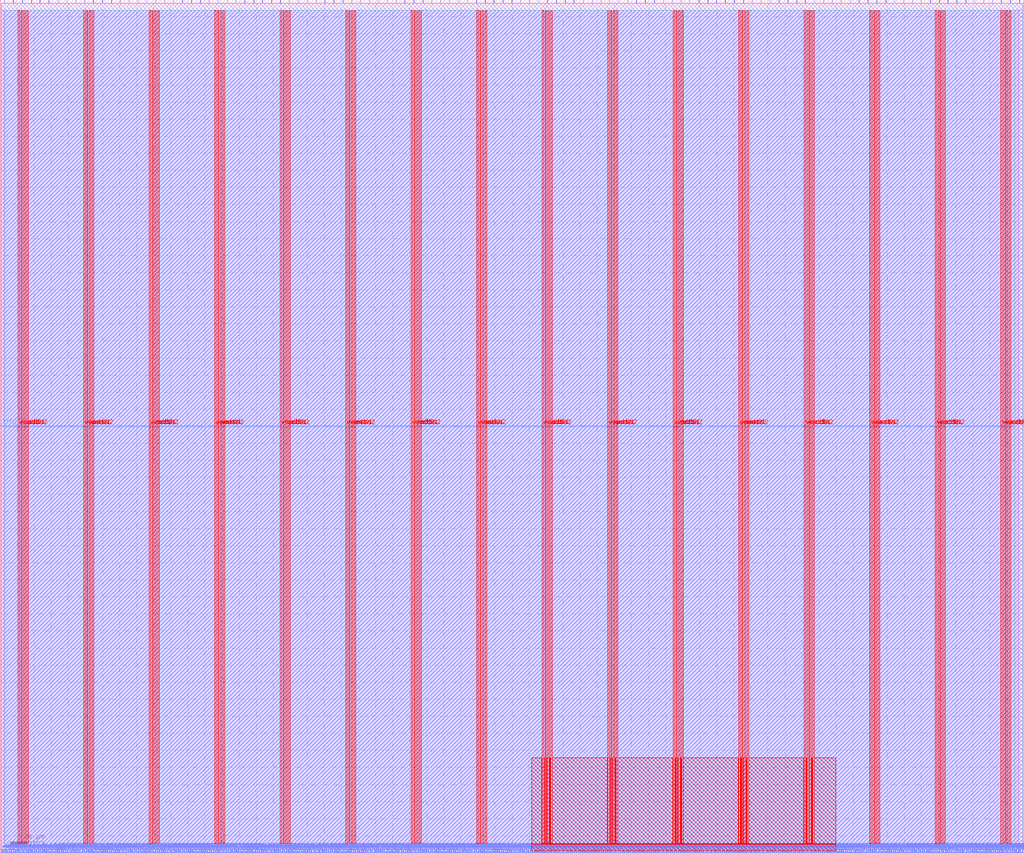
<source format=lef>
VERSION 5.7 ;
  NOWIREEXTENSIONATPIN ON ;
  DIVIDERCHAR "/" ;
  BUSBITCHARS "[]" ;
MACRO user_proj_example
  CLASS BLOCK ;
  FOREIGN user_proj_example ;
  ORIGIN 0.000 0.000 ;
  SIZE 1200.000 BY 1000.000 ;
  PIN io_in[0]
    DIRECTION INPUT ;
    USE SIGNAL ;
    PORT
      LAYER met2 ;
        RECT 5.150 996.000 5.430 1000.000 ;
    END
  END io_in[0]
  PIN io_in[10]
    DIRECTION INPUT ;
    USE SIGNAL ;
    PORT
      LAYER met2 ;
        RECT 317.950 996.000 318.230 1000.000 ;
    END
  END io_in[10]
  PIN io_in[11]
    DIRECTION INPUT ;
    USE SIGNAL ;
    PORT
      LAYER met2 ;
        RECT 349.230 996.000 349.510 1000.000 ;
    END
  END io_in[11]
  PIN io_in[12]
    DIRECTION INPUT ;
    USE SIGNAL ;
    PORT
      LAYER met2 ;
        RECT 380.510 996.000 380.790 1000.000 ;
    END
  END io_in[12]
  PIN io_in[13]
    DIRECTION INPUT ;
    USE SIGNAL ;
    PORT
      LAYER met2 ;
        RECT 411.790 996.000 412.070 1000.000 ;
    END
  END io_in[13]
  PIN io_in[14]
    DIRECTION INPUT ;
    USE SIGNAL ;
    PORT
      LAYER met2 ;
        RECT 443.070 996.000 443.350 1000.000 ;
    END
  END io_in[14]
  PIN io_in[15]
    DIRECTION INPUT ;
    USE SIGNAL ;
    PORT
      LAYER met2 ;
        RECT 474.350 996.000 474.630 1000.000 ;
    END
  END io_in[15]
  PIN io_in[16]
    DIRECTION INPUT ;
    USE SIGNAL ;
    PORT
      LAYER met2 ;
        RECT 505.630 996.000 505.910 1000.000 ;
    END
  END io_in[16]
  PIN io_in[17]
    DIRECTION INPUT ;
    USE SIGNAL ;
    PORT
      LAYER met2 ;
        RECT 537.370 996.000 537.650 1000.000 ;
    END
  END io_in[17]
  PIN io_in[18]
    DIRECTION INPUT ;
    USE SIGNAL ;
    PORT
      LAYER met2 ;
        RECT 568.650 996.000 568.930 1000.000 ;
    END
  END io_in[18]
  PIN io_in[19]
    DIRECTION INPUT ;
    USE SIGNAL ;
    PORT
      LAYER met2 ;
        RECT 599.930 996.000 600.210 1000.000 ;
    END
  END io_in[19]
  PIN io_in[1]
    DIRECTION INPUT ;
    USE SIGNAL ;
    PORT
      LAYER met2 ;
        RECT 36.430 996.000 36.710 1000.000 ;
    END
  END io_in[1]
  PIN io_in[20]
    DIRECTION INPUT ;
    USE SIGNAL ;
    PORT
      LAYER met2 ;
        RECT 631.210 996.000 631.490 1000.000 ;
    END
  END io_in[20]
  PIN io_in[21]
    DIRECTION INPUT ;
    USE SIGNAL ;
    PORT
      LAYER met2 ;
        RECT 662.490 996.000 662.770 1000.000 ;
    END
  END io_in[21]
  PIN io_in[22]
    DIRECTION INPUT ;
    USE SIGNAL ;
    PORT
      LAYER met2 ;
        RECT 693.770 996.000 694.050 1000.000 ;
    END
  END io_in[22]
  PIN io_in[23]
    DIRECTION INPUT ;
    USE SIGNAL ;
    PORT
      LAYER met2 ;
        RECT 725.050 996.000 725.330 1000.000 ;
    END
  END io_in[23]
  PIN io_in[24]
    DIRECTION INPUT ;
    USE SIGNAL ;
    PORT
      LAYER met2 ;
        RECT 756.330 996.000 756.610 1000.000 ;
    END
  END io_in[24]
  PIN io_in[25]
    DIRECTION INPUT ;
    USE SIGNAL ;
    PORT
      LAYER met2 ;
        RECT 787.610 996.000 787.890 1000.000 ;
    END
  END io_in[25]
  PIN io_in[26]
    DIRECTION INPUT ;
    USE SIGNAL ;
    PORT
      LAYER met2 ;
        RECT 818.890 996.000 819.170 1000.000 ;
    END
  END io_in[26]
  PIN io_in[27]
    DIRECTION INPUT ;
    USE SIGNAL ;
    PORT
      LAYER met2 ;
        RECT 850.170 996.000 850.450 1000.000 ;
    END
  END io_in[27]
  PIN io_in[28]
    DIRECTION INPUT ;
    USE SIGNAL ;
    PORT
      LAYER met2 ;
        RECT 881.450 996.000 881.730 1000.000 ;
    END
  END io_in[28]
  PIN io_in[29]
    DIRECTION INPUT ;
    USE SIGNAL ;
    PORT
      LAYER met2 ;
        RECT 912.730 996.000 913.010 1000.000 ;
    END
  END io_in[29]
  PIN io_in[2]
    DIRECTION INPUT ;
    USE SIGNAL ;
    PORT
      LAYER met2 ;
        RECT 67.710 996.000 67.990 1000.000 ;
    END
  END io_in[2]
  PIN io_in[30]
    DIRECTION INPUT ;
    USE SIGNAL ;
    PORT
      LAYER met2 ;
        RECT 944.010 996.000 944.290 1000.000 ;
    END
  END io_in[30]
  PIN io_in[31]
    DIRECTION INPUT ;
    USE SIGNAL ;
    PORT
      LAYER met2 ;
        RECT 975.290 996.000 975.570 1000.000 ;
    END
  END io_in[31]
  PIN io_in[32]
    DIRECTION INPUT ;
    USE SIGNAL ;
    PORT
      LAYER met2 ;
        RECT 1006.570 996.000 1006.850 1000.000 ;
    END
  END io_in[32]
  PIN io_in[33]
    DIRECTION INPUT ;
    USE SIGNAL ;
    PORT
      LAYER met2 ;
        RECT 1038.310 996.000 1038.590 1000.000 ;
    END
  END io_in[33]
  PIN io_in[34]
    DIRECTION INPUT ;
    USE SIGNAL ;
    PORT
      LAYER met2 ;
        RECT 1069.590 996.000 1069.870 1000.000 ;
    END
  END io_in[34]
  PIN io_in[35]
    DIRECTION INPUT ;
    USE SIGNAL ;
    PORT
      LAYER met2 ;
        RECT 1100.870 996.000 1101.150 1000.000 ;
    END
  END io_in[35]
  PIN io_in[36]
    DIRECTION INPUT ;
    USE SIGNAL ;
    PORT
      LAYER met2 ;
        RECT 1132.150 996.000 1132.430 1000.000 ;
    END
  END io_in[36]
  PIN io_in[37]
    DIRECTION INPUT ;
    USE SIGNAL ;
    PORT
      LAYER met2 ;
        RECT 1163.430 996.000 1163.710 1000.000 ;
    END
  END io_in[37]
  PIN io_in[3]
    DIRECTION INPUT ;
    USE SIGNAL ;
    PORT
      LAYER met2 ;
        RECT 98.990 996.000 99.270 1000.000 ;
    END
  END io_in[3]
  PIN io_in[4]
    DIRECTION INPUT ;
    USE SIGNAL ;
    PORT
      LAYER met2 ;
        RECT 130.270 996.000 130.550 1000.000 ;
    END
  END io_in[4]
  PIN io_in[5]
    DIRECTION INPUT ;
    USE SIGNAL ;
    PORT
      LAYER met2 ;
        RECT 161.550 996.000 161.830 1000.000 ;
    END
  END io_in[5]
  PIN io_in[6]
    DIRECTION INPUT ;
    USE SIGNAL ;
    PORT
      LAYER met2 ;
        RECT 192.830 996.000 193.110 1000.000 ;
    END
  END io_in[6]
  PIN io_in[7]
    DIRECTION INPUT ;
    USE SIGNAL ;
    PORT
      LAYER met2 ;
        RECT 224.110 996.000 224.390 1000.000 ;
    END
  END io_in[7]
  PIN io_in[8]
    DIRECTION INPUT ;
    USE SIGNAL ;
    PORT
      LAYER met2 ;
        RECT 255.390 996.000 255.670 1000.000 ;
    END
  END io_in[8]
  PIN io_in[9]
    DIRECTION INPUT ;
    USE SIGNAL ;
    PORT
      LAYER met2 ;
        RECT 286.670 996.000 286.950 1000.000 ;
    END
  END io_in[9]
  PIN io_oeb[0]
    DIRECTION OUTPUT TRISTATE ;
    USE SIGNAL ;
    PORT
      LAYER met2 ;
        RECT 15.270 996.000 15.550 1000.000 ;
    END
  END io_oeb[0]
  PIN io_oeb[10]
    DIRECTION OUTPUT TRISTATE ;
    USE SIGNAL ;
    PORT
      LAYER met2 ;
        RECT 328.530 996.000 328.810 1000.000 ;
    END
  END io_oeb[10]
  PIN io_oeb[11]
    DIRECTION OUTPUT TRISTATE ;
    USE SIGNAL ;
    PORT
      LAYER met2 ;
        RECT 359.810 996.000 360.090 1000.000 ;
    END
  END io_oeb[11]
  PIN io_oeb[12]
    DIRECTION OUTPUT TRISTATE ;
    USE SIGNAL ;
    PORT
      LAYER met2 ;
        RECT 391.090 996.000 391.370 1000.000 ;
    END
  END io_oeb[12]
  PIN io_oeb[13]
    DIRECTION OUTPUT TRISTATE ;
    USE SIGNAL ;
    PORT
      LAYER met2 ;
        RECT 422.370 996.000 422.650 1000.000 ;
    END
  END io_oeb[13]
  PIN io_oeb[14]
    DIRECTION OUTPUT TRISTATE ;
    USE SIGNAL ;
    PORT
      LAYER met2 ;
        RECT 453.650 996.000 453.930 1000.000 ;
    END
  END io_oeb[14]
  PIN io_oeb[15]
    DIRECTION OUTPUT TRISTATE ;
    USE SIGNAL ;
    PORT
      LAYER met2 ;
        RECT 484.930 996.000 485.210 1000.000 ;
    END
  END io_oeb[15]
  PIN io_oeb[16]
    DIRECTION OUTPUT TRISTATE ;
    USE SIGNAL ;
    PORT
      LAYER met2 ;
        RECT 516.210 996.000 516.490 1000.000 ;
    END
  END io_oeb[16]
  PIN io_oeb[17]
    DIRECTION OUTPUT TRISTATE ;
    USE SIGNAL ;
    PORT
      LAYER met2 ;
        RECT 547.490 996.000 547.770 1000.000 ;
    END
  END io_oeb[17]
  PIN io_oeb[18]
    DIRECTION OUTPUT TRISTATE ;
    USE SIGNAL ;
    PORT
      LAYER met2 ;
        RECT 578.770 996.000 579.050 1000.000 ;
    END
  END io_oeb[18]
  PIN io_oeb[19]
    DIRECTION OUTPUT TRISTATE ;
    USE SIGNAL ;
    PORT
      LAYER met2 ;
        RECT 610.050 996.000 610.330 1000.000 ;
    END
  END io_oeb[19]
  PIN io_oeb[1]
    DIRECTION OUTPUT TRISTATE ;
    USE SIGNAL ;
    PORT
      LAYER met2 ;
        RECT 46.550 996.000 46.830 1000.000 ;
    END
  END io_oeb[1]
  PIN io_oeb[20]
    DIRECTION OUTPUT TRISTATE ;
    USE SIGNAL ;
    PORT
      LAYER met2 ;
        RECT 641.330 996.000 641.610 1000.000 ;
    END
  END io_oeb[20]
  PIN io_oeb[21]
    DIRECTION OUTPUT TRISTATE ;
    USE SIGNAL ;
    PORT
      LAYER met2 ;
        RECT 672.610 996.000 672.890 1000.000 ;
    END
  END io_oeb[21]
  PIN io_oeb[22]
    DIRECTION OUTPUT TRISTATE ;
    USE SIGNAL ;
    PORT
      LAYER met2 ;
        RECT 704.350 996.000 704.630 1000.000 ;
    END
  END io_oeb[22]
  PIN io_oeb[23]
    DIRECTION OUTPUT TRISTATE ;
    USE SIGNAL ;
    PORT
      LAYER met2 ;
        RECT 735.630 996.000 735.910 1000.000 ;
    END
  END io_oeb[23]
  PIN io_oeb[24]
    DIRECTION OUTPUT TRISTATE ;
    USE SIGNAL ;
    PORT
      LAYER met2 ;
        RECT 766.910 996.000 767.190 1000.000 ;
    END
  END io_oeb[24]
  PIN io_oeb[25]
    DIRECTION OUTPUT TRISTATE ;
    USE SIGNAL ;
    PORT
      LAYER met2 ;
        RECT 798.190 996.000 798.470 1000.000 ;
    END
  END io_oeb[25]
  PIN io_oeb[26]
    DIRECTION OUTPUT TRISTATE ;
    USE SIGNAL ;
    PORT
      LAYER met2 ;
        RECT 829.470 996.000 829.750 1000.000 ;
    END
  END io_oeb[26]
  PIN io_oeb[27]
    DIRECTION OUTPUT TRISTATE ;
    USE SIGNAL ;
    PORT
      LAYER met2 ;
        RECT 860.750 996.000 861.030 1000.000 ;
    END
  END io_oeb[27]
  PIN io_oeb[28]
    DIRECTION OUTPUT TRISTATE ;
    USE SIGNAL ;
    PORT
      LAYER met2 ;
        RECT 892.030 996.000 892.310 1000.000 ;
    END
  END io_oeb[28]
  PIN io_oeb[29]
    DIRECTION OUTPUT TRISTATE ;
    USE SIGNAL ;
    PORT
      LAYER met2 ;
        RECT 923.310 996.000 923.590 1000.000 ;
    END
  END io_oeb[29]
  PIN io_oeb[2]
    DIRECTION OUTPUT TRISTATE ;
    USE SIGNAL ;
    PORT
      LAYER met2 ;
        RECT 77.830 996.000 78.110 1000.000 ;
    END
  END io_oeb[2]
  PIN io_oeb[30]
    DIRECTION OUTPUT TRISTATE ;
    USE SIGNAL ;
    PORT
      LAYER met2 ;
        RECT 954.590 996.000 954.870 1000.000 ;
    END
  END io_oeb[30]
  PIN io_oeb[31]
    DIRECTION OUTPUT TRISTATE ;
    USE SIGNAL ;
    PORT
      LAYER met2 ;
        RECT 985.870 996.000 986.150 1000.000 ;
    END
  END io_oeb[31]
  PIN io_oeb[32]
    DIRECTION OUTPUT TRISTATE ;
    USE SIGNAL ;
    PORT
      LAYER met2 ;
        RECT 1017.150 996.000 1017.430 1000.000 ;
    END
  END io_oeb[32]
  PIN io_oeb[33]
    DIRECTION OUTPUT TRISTATE ;
    USE SIGNAL ;
    PORT
      LAYER met2 ;
        RECT 1048.430 996.000 1048.710 1000.000 ;
    END
  END io_oeb[33]
  PIN io_oeb[34]
    DIRECTION OUTPUT TRISTATE ;
    USE SIGNAL ;
    PORT
      LAYER met2 ;
        RECT 1079.710 996.000 1079.990 1000.000 ;
    END
  END io_oeb[34]
  PIN io_oeb[35]
    DIRECTION OUTPUT TRISTATE ;
    USE SIGNAL ;
    PORT
      LAYER met2 ;
        RECT 1110.990 996.000 1111.270 1000.000 ;
    END
  END io_oeb[35]
  PIN io_oeb[36]
    DIRECTION OUTPUT TRISTATE ;
    USE SIGNAL ;
    PORT
      LAYER met2 ;
        RECT 1142.270 996.000 1142.550 1000.000 ;
    END
  END io_oeb[36]
  PIN io_oeb[37]
    DIRECTION OUTPUT TRISTATE ;
    USE SIGNAL ;
    PORT
      LAYER met2 ;
        RECT 1173.550 996.000 1173.830 1000.000 ;
    END
  END io_oeb[37]
  PIN io_oeb[3]
    DIRECTION OUTPUT TRISTATE ;
    USE SIGNAL ;
    PORT
      LAYER met2 ;
        RECT 109.110 996.000 109.390 1000.000 ;
    END
  END io_oeb[3]
  PIN io_oeb[4]
    DIRECTION OUTPUT TRISTATE ;
    USE SIGNAL ;
    PORT
      LAYER met2 ;
        RECT 140.390 996.000 140.670 1000.000 ;
    END
  END io_oeb[4]
  PIN io_oeb[5]
    DIRECTION OUTPUT TRISTATE ;
    USE SIGNAL ;
    PORT
      LAYER met2 ;
        RECT 171.670 996.000 171.950 1000.000 ;
    END
  END io_oeb[5]
  PIN io_oeb[6]
    DIRECTION OUTPUT TRISTATE ;
    USE SIGNAL ;
    PORT
      LAYER met2 ;
        RECT 203.410 996.000 203.690 1000.000 ;
    END
  END io_oeb[6]
  PIN io_oeb[7]
    DIRECTION OUTPUT TRISTATE ;
    USE SIGNAL ;
    PORT
      LAYER met2 ;
        RECT 234.690 996.000 234.970 1000.000 ;
    END
  END io_oeb[7]
  PIN io_oeb[8]
    DIRECTION OUTPUT TRISTATE ;
    USE SIGNAL ;
    PORT
      LAYER met2 ;
        RECT 265.970 996.000 266.250 1000.000 ;
    END
  END io_oeb[8]
  PIN io_oeb[9]
    DIRECTION OUTPUT TRISTATE ;
    USE SIGNAL ;
    PORT
      LAYER met2 ;
        RECT 297.250 996.000 297.530 1000.000 ;
    END
  END io_oeb[9]
  PIN io_out[0]
    DIRECTION OUTPUT TRISTATE ;
    USE SIGNAL ;
    PORT
      LAYER met2 ;
        RECT 25.850 996.000 26.130 1000.000 ;
    END
  END io_out[0]
  PIN io_out[10]
    DIRECTION OUTPUT TRISTATE ;
    USE SIGNAL ;
    PORT
      LAYER met2 ;
        RECT 338.650 996.000 338.930 1000.000 ;
    END
  END io_out[10]
  PIN io_out[11]
    DIRECTION OUTPUT TRISTATE ;
    USE SIGNAL ;
    PORT
      LAYER met2 ;
        RECT 370.390 996.000 370.670 1000.000 ;
    END
  END io_out[11]
  PIN io_out[12]
    DIRECTION OUTPUT TRISTATE ;
    USE SIGNAL ;
    PORT
      LAYER met2 ;
        RECT 401.670 996.000 401.950 1000.000 ;
    END
  END io_out[12]
  PIN io_out[13]
    DIRECTION OUTPUT TRISTATE ;
    USE SIGNAL ;
    PORT
      LAYER met2 ;
        RECT 432.950 996.000 433.230 1000.000 ;
    END
  END io_out[13]
  PIN io_out[14]
    DIRECTION OUTPUT TRISTATE ;
    USE SIGNAL ;
    PORT
      LAYER met2 ;
        RECT 464.230 996.000 464.510 1000.000 ;
    END
  END io_out[14]
  PIN io_out[15]
    DIRECTION OUTPUT TRISTATE ;
    USE SIGNAL ;
    PORT
      LAYER met2 ;
        RECT 495.510 996.000 495.790 1000.000 ;
    END
  END io_out[15]
  PIN io_out[16]
    DIRECTION OUTPUT TRISTATE ;
    USE SIGNAL ;
    PORT
      LAYER met2 ;
        RECT 526.790 996.000 527.070 1000.000 ;
    END
  END io_out[16]
  PIN io_out[17]
    DIRECTION OUTPUT TRISTATE ;
    USE SIGNAL ;
    PORT
      LAYER met2 ;
        RECT 558.070 996.000 558.350 1000.000 ;
    END
  END io_out[17]
  PIN io_out[18]
    DIRECTION OUTPUT TRISTATE ;
    USE SIGNAL ;
    PORT
      LAYER met2 ;
        RECT 589.350 996.000 589.630 1000.000 ;
    END
  END io_out[18]
  PIN io_out[19]
    DIRECTION OUTPUT TRISTATE ;
    USE SIGNAL ;
    PORT
      LAYER met2 ;
        RECT 620.630 996.000 620.910 1000.000 ;
    END
  END io_out[19]
  PIN io_out[1]
    DIRECTION OUTPUT TRISTATE ;
    USE SIGNAL ;
    PORT
      LAYER met2 ;
        RECT 57.130 996.000 57.410 1000.000 ;
    END
  END io_out[1]
  PIN io_out[20]
    DIRECTION OUTPUT TRISTATE ;
    USE SIGNAL ;
    PORT
      LAYER met2 ;
        RECT 651.910 996.000 652.190 1000.000 ;
    END
  END io_out[20]
  PIN io_out[21]
    DIRECTION OUTPUT TRISTATE ;
    USE SIGNAL ;
    PORT
      LAYER met2 ;
        RECT 683.190 996.000 683.470 1000.000 ;
    END
  END io_out[21]
  PIN io_out[22]
    DIRECTION OUTPUT TRISTATE ;
    USE SIGNAL ;
    PORT
      LAYER met2 ;
        RECT 714.470 996.000 714.750 1000.000 ;
    END
  END io_out[22]
  PIN io_out[23]
    DIRECTION OUTPUT TRISTATE ;
    USE SIGNAL ;
    PORT
      LAYER met2 ;
        RECT 745.750 996.000 746.030 1000.000 ;
    END
  END io_out[23]
  PIN io_out[24]
    DIRECTION OUTPUT TRISTATE ;
    USE SIGNAL ;
    PORT
      LAYER met2 ;
        RECT 777.030 996.000 777.310 1000.000 ;
    END
  END io_out[24]
  PIN io_out[25]
    DIRECTION OUTPUT TRISTATE ;
    USE SIGNAL ;
    PORT
      LAYER met2 ;
        RECT 808.310 996.000 808.590 1000.000 ;
    END
  END io_out[25]
  PIN io_out[26]
    DIRECTION OUTPUT TRISTATE ;
    USE SIGNAL ;
    PORT
      LAYER met2 ;
        RECT 839.590 996.000 839.870 1000.000 ;
    END
  END io_out[26]
  PIN io_out[27]
    DIRECTION OUTPUT TRISTATE ;
    USE SIGNAL ;
    PORT
      LAYER met2 ;
        RECT 871.330 996.000 871.610 1000.000 ;
    END
  END io_out[27]
  PIN io_out[28]
    DIRECTION OUTPUT TRISTATE ;
    USE SIGNAL ;
    PORT
      LAYER met2 ;
        RECT 902.610 996.000 902.890 1000.000 ;
    END
  END io_out[28]
  PIN io_out[29]
    DIRECTION OUTPUT TRISTATE ;
    USE SIGNAL ;
    PORT
      LAYER met2 ;
        RECT 933.890 996.000 934.170 1000.000 ;
    END
  END io_out[29]
  PIN io_out[2]
    DIRECTION OUTPUT TRISTATE ;
    USE SIGNAL ;
    PORT
      LAYER met2 ;
        RECT 88.410 996.000 88.690 1000.000 ;
    END
  END io_out[2]
  PIN io_out[30]
    DIRECTION OUTPUT TRISTATE ;
    USE SIGNAL ;
    PORT
      LAYER met2 ;
        RECT 965.170 996.000 965.450 1000.000 ;
    END
  END io_out[30]
  PIN io_out[31]
    DIRECTION OUTPUT TRISTATE ;
    USE SIGNAL ;
    PORT
      LAYER met2 ;
        RECT 996.450 996.000 996.730 1000.000 ;
    END
  END io_out[31]
  PIN io_out[32]
    DIRECTION OUTPUT TRISTATE ;
    USE SIGNAL ;
    PORT
      LAYER met2 ;
        RECT 1027.730 996.000 1028.010 1000.000 ;
    END
  END io_out[32]
  PIN io_out[33]
    DIRECTION OUTPUT TRISTATE ;
    USE SIGNAL ;
    PORT
      LAYER met2 ;
        RECT 1059.010 996.000 1059.290 1000.000 ;
    END
  END io_out[33]
  PIN io_out[34]
    DIRECTION OUTPUT TRISTATE ;
    USE SIGNAL ;
    PORT
      LAYER met2 ;
        RECT 1090.290 996.000 1090.570 1000.000 ;
    END
  END io_out[34]
  PIN io_out[35]
    DIRECTION OUTPUT TRISTATE ;
    USE SIGNAL ;
    PORT
      LAYER met2 ;
        RECT 1121.570 996.000 1121.850 1000.000 ;
    END
  END io_out[35]
  PIN io_out[36]
    DIRECTION OUTPUT TRISTATE ;
    USE SIGNAL ;
    PORT
      LAYER met2 ;
        RECT 1152.850 996.000 1153.130 1000.000 ;
    END
  END io_out[36]
  PIN io_out[37]
    DIRECTION OUTPUT TRISTATE ;
    USE SIGNAL ;
    PORT
      LAYER met2 ;
        RECT 1184.130 996.000 1184.410 1000.000 ;
    END
  END io_out[37]
  PIN io_out[3]
    DIRECTION OUTPUT TRISTATE ;
    USE SIGNAL ;
    PORT
      LAYER met2 ;
        RECT 119.690 996.000 119.970 1000.000 ;
    END
  END io_out[3]
  PIN io_out[4]
    DIRECTION OUTPUT TRISTATE ;
    USE SIGNAL ;
    PORT
      LAYER met2 ;
        RECT 150.970 996.000 151.250 1000.000 ;
    END
  END io_out[4]
  PIN io_out[5]
    DIRECTION OUTPUT TRISTATE ;
    USE SIGNAL ;
    PORT
      LAYER met2 ;
        RECT 182.250 996.000 182.530 1000.000 ;
    END
  END io_out[5]
  PIN io_out[6]
    DIRECTION OUTPUT TRISTATE ;
    USE SIGNAL ;
    PORT
      LAYER met2 ;
        RECT 213.530 996.000 213.810 1000.000 ;
    END
  END io_out[6]
  PIN io_out[7]
    DIRECTION OUTPUT TRISTATE ;
    USE SIGNAL ;
    PORT
      LAYER met2 ;
        RECT 244.810 996.000 245.090 1000.000 ;
    END
  END io_out[7]
  PIN io_out[8]
    DIRECTION OUTPUT TRISTATE ;
    USE SIGNAL ;
    PORT
      LAYER met2 ;
        RECT 276.090 996.000 276.370 1000.000 ;
    END
  END io_out[8]
  PIN io_out[9]
    DIRECTION OUTPUT TRISTATE ;
    USE SIGNAL ;
    PORT
      LAYER met2 ;
        RECT 307.370 996.000 307.650 1000.000 ;
    END
  END io_out[9]
  PIN irq[0]
    DIRECTION OUTPUT TRISTATE ;
    USE SIGNAL ;
    PORT
      LAYER met2 ;
        RECT 1198.390 0.000 1198.670 4.000 ;
    END
  END irq[0]
  PIN irq[1]
    DIRECTION OUTPUT TRISTATE ;
    USE SIGNAL ;
    PORT
      LAYER met2 ;
        RECT 1194.710 996.000 1194.990 1000.000 ;
    END
  END irq[1]
  PIN irq[2]
    DIRECTION OUTPUT TRISTATE ;
    USE SIGNAL ;
    PORT
      LAYER met3 ;
        RECT 0.000 499.840 4.000 500.440 ;
    END
  END irq[2]
  PIN la_data_in[0]
    DIRECTION INPUT ;
    USE SIGNAL ;
    PORT
      LAYER met2 ;
        RECT 259.990 0.000 260.270 4.000 ;
    END
  END la_data_in[0]
  PIN la_data_in[100]
    DIRECTION INPUT ;
    USE SIGNAL ;
    PORT
      LAYER met2 ;
        RECT 993.230 0.000 993.510 4.000 ;
    END
  END la_data_in[100]
  PIN la_data_in[101]
    DIRECTION INPUT ;
    USE SIGNAL ;
    PORT
      LAYER met2 ;
        RECT 1000.590 0.000 1000.870 4.000 ;
    END
  END la_data_in[101]
  PIN la_data_in[102]
    DIRECTION INPUT ;
    USE SIGNAL ;
    PORT
      LAYER met2 ;
        RECT 1007.950 0.000 1008.230 4.000 ;
    END
  END la_data_in[102]
  PIN la_data_in[103]
    DIRECTION INPUT ;
    USE SIGNAL ;
    PORT
      LAYER met2 ;
        RECT 1015.310 0.000 1015.590 4.000 ;
    END
  END la_data_in[103]
  PIN la_data_in[104]
    DIRECTION INPUT ;
    USE SIGNAL ;
    PORT
      LAYER met2 ;
        RECT 1022.670 0.000 1022.950 4.000 ;
    END
  END la_data_in[104]
  PIN la_data_in[105]
    DIRECTION INPUT ;
    USE SIGNAL ;
    PORT
      LAYER met2 ;
        RECT 1030.030 0.000 1030.310 4.000 ;
    END
  END la_data_in[105]
  PIN la_data_in[106]
    DIRECTION INPUT ;
    USE SIGNAL ;
    PORT
      LAYER met2 ;
        RECT 1036.930 0.000 1037.210 4.000 ;
    END
  END la_data_in[106]
  PIN la_data_in[107]
    DIRECTION INPUT ;
    USE SIGNAL ;
    PORT
      LAYER met2 ;
        RECT 1044.290 0.000 1044.570 4.000 ;
    END
  END la_data_in[107]
  PIN la_data_in[108]
    DIRECTION INPUT ;
    USE SIGNAL ;
    PORT
      LAYER met2 ;
        RECT 1051.650 0.000 1051.930 4.000 ;
    END
  END la_data_in[108]
  PIN la_data_in[109]
    DIRECTION INPUT ;
    USE SIGNAL ;
    PORT
      LAYER met2 ;
        RECT 1059.010 0.000 1059.290 4.000 ;
    END
  END la_data_in[109]
  PIN la_data_in[10]
    DIRECTION INPUT ;
    USE SIGNAL ;
    PORT
      LAYER met2 ;
        RECT 333.130 0.000 333.410 4.000 ;
    END
  END la_data_in[10]
  PIN la_data_in[110]
    DIRECTION INPUT ;
    USE SIGNAL ;
    PORT
      LAYER met2 ;
        RECT 1066.370 0.000 1066.650 4.000 ;
    END
  END la_data_in[110]
  PIN la_data_in[111]
    DIRECTION INPUT ;
    USE SIGNAL ;
    PORT
      LAYER met2 ;
        RECT 1073.730 0.000 1074.010 4.000 ;
    END
  END la_data_in[111]
  PIN la_data_in[112]
    DIRECTION INPUT ;
    USE SIGNAL ;
    PORT
      LAYER met2 ;
        RECT 1081.090 0.000 1081.370 4.000 ;
    END
  END la_data_in[112]
  PIN la_data_in[113]
    DIRECTION INPUT ;
    USE SIGNAL ;
    PORT
      LAYER met2 ;
        RECT 1088.450 0.000 1088.730 4.000 ;
    END
  END la_data_in[113]
  PIN la_data_in[114]
    DIRECTION INPUT ;
    USE SIGNAL ;
    PORT
      LAYER met2 ;
        RECT 1095.810 0.000 1096.090 4.000 ;
    END
  END la_data_in[114]
  PIN la_data_in[115]
    DIRECTION INPUT ;
    USE SIGNAL ;
    PORT
      LAYER met2 ;
        RECT 1103.170 0.000 1103.450 4.000 ;
    END
  END la_data_in[115]
  PIN la_data_in[116]
    DIRECTION INPUT ;
    USE SIGNAL ;
    PORT
      LAYER met2 ;
        RECT 1110.530 0.000 1110.810 4.000 ;
    END
  END la_data_in[116]
  PIN la_data_in[117]
    DIRECTION INPUT ;
    USE SIGNAL ;
    PORT
      LAYER met2 ;
        RECT 1117.890 0.000 1118.170 4.000 ;
    END
  END la_data_in[117]
  PIN la_data_in[118]
    DIRECTION INPUT ;
    USE SIGNAL ;
    PORT
      LAYER met2 ;
        RECT 1125.250 0.000 1125.530 4.000 ;
    END
  END la_data_in[118]
  PIN la_data_in[119]
    DIRECTION INPUT ;
    USE SIGNAL ;
    PORT
      LAYER met2 ;
        RECT 1132.610 0.000 1132.890 4.000 ;
    END
  END la_data_in[119]
  PIN la_data_in[11]
    DIRECTION INPUT ;
    USE SIGNAL ;
    PORT
      LAYER met2 ;
        RECT 340.490 0.000 340.770 4.000 ;
    END
  END la_data_in[11]
  PIN la_data_in[120]
    DIRECTION INPUT ;
    USE SIGNAL ;
    PORT
      LAYER met2 ;
        RECT 1139.970 0.000 1140.250 4.000 ;
    END
  END la_data_in[120]
  PIN la_data_in[121]
    DIRECTION INPUT ;
    USE SIGNAL ;
    PORT
      LAYER met2 ;
        RECT 1147.330 0.000 1147.610 4.000 ;
    END
  END la_data_in[121]
  PIN la_data_in[122]
    DIRECTION INPUT ;
    USE SIGNAL ;
    PORT
      LAYER met2 ;
        RECT 1154.690 0.000 1154.970 4.000 ;
    END
  END la_data_in[122]
  PIN la_data_in[123]
    DIRECTION INPUT ;
    USE SIGNAL ;
    PORT
      LAYER met2 ;
        RECT 1161.590 0.000 1161.870 4.000 ;
    END
  END la_data_in[123]
  PIN la_data_in[124]
    DIRECTION INPUT ;
    USE SIGNAL ;
    PORT
      LAYER met2 ;
        RECT 1168.950 0.000 1169.230 4.000 ;
    END
  END la_data_in[124]
  PIN la_data_in[125]
    DIRECTION INPUT ;
    USE SIGNAL ;
    PORT
      LAYER met2 ;
        RECT 1176.310 0.000 1176.590 4.000 ;
    END
  END la_data_in[125]
  PIN la_data_in[126]
    DIRECTION INPUT ;
    USE SIGNAL ;
    PORT
      LAYER met2 ;
        RECT 1183.670 0.000 1183.950 4.000 ;
    END
  END la_data_in[126]
  PIN la_data_in[127]
    DIRECTION INPUT ;
    USE SIGNAL ;
    PORT
      LAYER met2 ;
        RECT 1191.030 0.000 1191.310 4.000 ;
    END
  END la_data_in[127]
  PIN la_data_in[12]
    DIRECTION INPUT ;
    USE SIGNAL ;
    PORT
      LAYER met2 ;
        RECT 347.850 0.000 348.130 4.000 ;
    END
  END la_data_in[12]
  PIN la_data_in[13]
    DIRECTION INPUT ;
    USE SIGNAL ;
    PORT
      LAYER met2 ;
        RECT 355.210 0.000 355.490 4.000 ;
    END
  END la_data_in[13]
  PIN la_data_in[14]
    DIRECTION INPUT ;
    USE SIGNAL ;
    PORT
      LAYER met2 ;
        RECT 362.570 0.000 362.850 4.000 ;
    END
  END la_data_in[14]
  PIN la_data_in[15]
    DIRECTION INPUT ;
    USE SIGNAL ;
    PORT
      LAYER met2 ;
        RECT 369.930 0.000 370.210 4.000 ;
    END
  END la_data_in[15]
  PIN la_data_in[16]
    DIRECTION INPUT ;
    USE SIGNAL ;
    PORT
      LAYER met2 ;
        RECT 377.290 0.000 377.570 4.000 ;
    END
  END la_data_in[16]
  PIN la_data_in[17]
    DIRECTION INPUT ;
    USE SIGNAL ;
    PORT
      LAYER met2 ;
        RECT 384.650 0.000 384.930 4.000 ;
    END
  END la_data_in[17]
  PIN la_data_in[18]
    DIRECTION INPUT ;
    USE SIGNAL ;
    PORT
      LAYER met2 ;
        RECT 392.010 0.000 392.290 4.000 ;
    END
  END la_data_in[18]
  PIN la_data_in[19]
    DIRECTION INPUT ;
    USE SIGNAL ;
    PORT
      LAYER met2 ;
        RECT 399.370 0.000 399.650 4.000 ;
    END
  END la_data_in[19]
  PIN la_data_in[1]
    DIRECTION INPUT ;
    USE SIGNAL ;
    PORT
      LAYER met2 ;
        RECT 267.350 0.000 267.630 4.000 ;
    END
  END la_data_in[1]
  PIN la_data_in[20]
    DIRECTION INPUT ;
    USE SIGNAL ;
    PORT
      LAYER met2 ;
        RECT 406.730 0.000 407.010 4.000 ;
    END
  END la_data_in[20]
  PIN la_data_in[21]
    DIRECTION INPUT ;
    USE SIGNAL ;
    PORT
      LAYER met2 ;
        RECT 414.090 0.000 414.370 4.000 ;
    END
  END la_data_in[21]
  PIN la_data_in[22]
    DIRECTION INPUT ;
    USE SIGNAL ;
    PORT
      LAYER met2 ;
        RECT 420.990 0.000 421.270 4.000 ;
    END
  END la_data_in[22]
  PIN la_data_in[23]
    DIRECTION INPUT ;
    USE SIGNAL ;
    PORT
      LAYER met2 ;
        RECT 428.350 0.000 428.630 4.000 ;
    END
  END la_data_in[23]
  PIN la_data_in[24]
    DIRECTION INPUT ;
    USE SIGNAL ;
    PORT
      LAYER met2 ;
        RECT 435.710 0.000 435.990 4.000 ;
    END
  END la_data_in[24]
  PIN la_data_in[25]
    DIRECTION INPUT ;
    USE SIGNAL ;
    PORT
      LAYER met2 ;
        RECT 443.070 0.000 443.350 4.000 ;
    END
  END la_data_in[25]
  PIN la_data_in[26]
    DIRECTION INPUT ;
    USE SIGNAL ;
    PORT
      LAYER met2 ;
        RECT 450.430 0.000 450.710 4.000 ;
    END
  END la_data_in[26]
  PIN la_data_in[27]
    DIRECTION INPUT ;
    USE SIGNAL ;
    PORT
      LAYER met2 ;
        RECT 457.790 0.000 458.070 4.000 ;
    END
  END la_data_in[27]
  PIN la_data_in[28]
    DIRECTION INPUT ;
    USE SIGNAL ;
    PORT
      LAYER met2 ;
        RECT 465.150 0.000 465.430 4.000 ;
    END
  END la_data_in[28]
  PIN la_data_in[29]
    DIRECTION INPUT ;
    USE SIGNAL ;
    PORT
      LAYER met2 ;
        RECT 472.510 0.000 472.790 4.000 ;
    END
  END la_data_in[29]
  PIN la_data_in[2]
    DIRECTION INPUT ;
    USE SIGNAL ;
    PORT
      LAYER met2 ;
        RECT 274.710 0.000 274.990 4.000 ;
    END
  END la_data_in[2]
  PIN la_data_in[30]
    DIRECTION INPUT ;
    USE SIGNAL ;
    PORT
      LAYER met2 ;
        RECT 479.870 0.000 480.150 4.000 ;
    END
  END la_data_in[30]
  PIN la_data_in[31]
    DIRECTION INPUT ;
    USE SIGNAL ;
    PORT
      LAYER met2 ;
        RECT 487.230 0.000 487.510 4.000 ;
    END
  END la_data_in[31]
  PIN la_data_in[32]
    DIRECTION INPUT ;
    USE SIGNAL ;
    PORT
      LAYER met2 ;
        RECT 494.590 0.000 494.870 4.000 ;
    END
  END la_data_in[32]
  PIN la_data_in[33]
    DIRECTION INPUT ;
    USE SIGNAL ;
    PORT
      LAYER met2 ;
        RECT 501.950 0.000 502.230 4.000 ;
    END
  END la_data_in[33]
  PIN la_data_in[34]
    DIRECTION INPUT ;
    USE SIGNAL ;
    PORT
      LAYER met2 ;
        RECT 509.310 0.000 509.590 4.000 ;
    END
  END la_data_in[34]
  PIN la_data_in[35]
    DIRECTION INPUT ;
    USE SIGNAL ;
    PORT
      LAYER met2 ;
        RECT 516.670 0.000 516.950 4.000 ;
    END
  END la_data_in[35]
  PIN la_data_in[36]
    DIRECTION INPUT ;
    USE SIGNAL ;
    PORT
      LAYER met2 ;
        RECT 524.030 0.000 524.310 4.000 ;
    END
  END la_data_in[36]
  PIN la_data_in[37]
    DIRECTION INPUT ;
    USE SIGNAL ;
    PORT
      LAYER met2 ;
        RECT 531.390 0.000 531.670 4.000 ;
    END
  END la_data_in[37]
  PIN la_data_in[38]
    DIRECTION INPUT ;
    USE SIGNAL ;
    PORT
      LAYER met2 ;
        RECT 538.750 0.000 539.030 4.000 ;
    END
  END la_data_in[38]
  PIN la_data_in[39]
    DIRECTION INPUT ;
    USE SIGNAL ;
    PORT
      LAYER met2 ;
        RECT 545.650 0.000 545.930 4.000 ;
    END
  END la_data_in[39]
  PIN la_data_in[3]
    DIRECTION INPUT ;
    USE SIGNAL ;
    PORT
      LAYER met2 ;
        RECT 282.070 0.000 282.350 4.000 ;
    END
  END la_data_in[3]
  PIN la_data_in[40]
    DIRECTION INPUT ;
    USE SIGNAL ;
    PORT
      LAYER met2 ;
        RECT 553.010 0.000 553.290 4.000 ;
    END
  END la_data_in[40]
  PIN la_data_in[41]
    DIRECTION INPUT ;
    USE SIGNAL ;
    PORT
      LAYER met2 ;
        RECT 560.370 0.000 560.650 4.000 ;
    END
  END la_data_in[41]
  PIN la_data_in[42]
    DIRECTION INPUT ;
    USE SIGNAL ;
    PORT
      LAYER met2 ;
        RECT 567.730 0.000 568.010 4.000 ;
    END
  END la_data_in[42]
  PIN la_data_in[43]
    DIRECTION INPUT ;
    USE SIGNAL ;
    PORT
      LAYER met2 ;
        RECT 575.090 0.000 575.370 4.000 ;
    END
  END la_data_in[43]
  PIN la_data_in[44]
    DIRECTION INPUT ;
    USE SIGNAL ;
    PORT
      LAYER met2 ;
        RECT 582.450 0.000 582.730 4.000 ;
    END
  END la_data_in[44]
  PIN la_data_in[45]
    DIRECTION INPUT ;
    USE SIGNAL ;
    PORT
      LAYER met2 ;
        RECT 589.810 0.000 590.090 4.000 ;
    END
  END la_data_in[45]
  PIN la_data_in[46]
    DIRECTION INPUT ;
    USE SIGNAL ;
    PORT
      LAYER met2 ;
        RECT 597.170 0.000 597.450 4.000 ;
    END
  END la_data_in[46]
  PIN la_data_in[47]
    DIRECTION INPUT ;
    USE SIGNAL ;
    PORT
      LAYER met2 ;
        RECT 604.530 0.000 604.810 4.000 ;
    END
  END la_data_in[47]
  PIN la_data_in[48]
    DIRECTION INPUT ;
    USE SIGNAL ;
    PORT
      LAYER met2 ;
        RECT 611.890 0.000 612.170 4.000 ;
    END
  END la_data_in[48]
  PIN la_data_in[49]
    DIRECTION INPUT ;
    USE SIGNAL ;
    PORT
      LAYER met2 ;
        RECT 619.250 0.000 619.530 4.000 ;
    END
  END la_data_in[49]
  PIN la_data_in[4]
    DIRECTION INPUT ;
    USE SIGNAL ;
    PORT
      LAYER met2 ;
        RECT 289.430 0.000 289.710 4.000 ;
    END
  END la_data_in[4]
  PIN la_data_in[50]
    DIRECTION INPUT ;
    USE SIGNAL ;
    PORT
      LAYER met2 ;
        RECT 626.610 0.000 626.890 4.000 ;
    END
  END la_data_in[50]
  PIN la_data_in[51]
    DIRECTION INPUT ;
    USE SIGNAL ;
    PORT
      LAYER met2 ;
        RECT 633.970 0.000 634.250 4.000 ;
    END
  END la_data_in[51]
  PIN la_data_in[52]
    DIRECTION INPUT ;
    USE SIGNAL ;
    PORT
      LAYER met2 ;
        RECT 641.330 0.000 641.610 4.000 ;
    END
  END la_data_in[52]
  PIN la_data_in[53]
    DIRECTION INPUT ;
    USE SIGNAL ;
    PORT
      LAYER met2 ;
        RECT 648.690 0.000 648.970 4.000 ;
    END
  END la_data_in[53]
  PIN la_data_in[54]
    DIRECTION INPUT ;
    USE SIGNAL ;
    PORT
      LAYER met2 ;
        RECT 656.050 0.000 656.330 4.000 ;
    END
  END la_data_in[54]
  PIN la_data_in[55]
    DIRECTION INPUT ;
    USE SIGNAL ;
    PORT
      LAYER met2 ;
        RECT 662.950 0.000 663.230 4.000 ;
    END
  END la_data_in[55]
  PIN la_data_in[56]
    DIRECTION INPUT ;
    USE SIGNAL ;
    PORT
      LAYER met2 ;
        RECT 670.310 0.000 670.590 4.000 ;
    END
  END la_data_in[56]
  PIN la_data_in[57]
    DIRECTION INPUT ;
    USE SIGNAL ;
    PORT
      LAYER met2 ;
        RECT 677.670 0.000 677.950 4.000 ;
    END
  END la_data_in[57]
  PIN la_data_in[58]
    DIRECTION INPUT ;
    USE SIGNAL ;
    PORT
      LAYER met2 ;
        RECT 685.030 0.000 685.310 4.000 ;
    END
  END la_data_in[58]
  PIN la_data_in[59]
    DIRECTION INPUT ;
    USE SIGNAL ;
    PORT
      LAYER met2 ;
        RECT 692.390 0.000 692.670 4.000 ;
    END
  END la_data_in[59]
  PIN la_data_in[5]
    DIRECTION INPUT ;
    USE SIGNAL ;
    PORT
      LAYER met2 ;
        RECT 296.330 0.000 296.610 4.000 ;
    END
  END la_data_in[5]
  PIN la_data_in[60]
    DIRECTION INPUT ;
    USE SIGNAL ;
    PORT
      LAYER met2 ;
        RECT 699.750 0.000 700.030 4.000 ;
    END
  END la_data_in[60]
  PIN la_data_in[61]
    DIRECTION INPUT ;
    USE SIGNAL ;
    PORT
      LAYER met2 ;
        RECT 707.110 0.000 707.390 4.000 ;
    END
  END la_data_in[61]
  PIN la_data_in[62]
    DIRECTION INPUT ;
    USE SIGNAL ;
    PORT
      LAYER met2 ;
        RECT 714.470 0.000 714.750 4.000 ;
    END
  END la_data_in[62]
  PIN la_data_in[63]
    DIRECTION INPUT ;
    USE SIGNAL ;
    PORT
      LAYER met2 ;
        RECT 721.830 0.000 722.110 4.000 ;
    END
  END la_data_in[63]
  PIN la_data_in[64]
    DIRECTION INPUT ;
    USE SIGNAL ;
    PORT
      LAYER met2 ;
        RECT 729.190 0.000 729.470 4.000 ;
    END
  END la_data_in[64]
  PIN la_data_in[65]
    DIRECTION INPUT ;
    USE SIGNAL ;
    PORT
      LAYER met2 ;
        RECT 736.550 0.000 736.830 4.000 ;
    END
  END la_data_in[65]
  PIN la_data_in[66]
    DIRECTION INPUT ;
    USE SIGNAL ;
    PORT
      LAYER met2 ;
        RECT 743.910 0.000 744.190 4.000 ;
    END
  END la_data_in[66]
  PIN la_data_in[67]
    DIRECTION INPUT ;
    USE SIGNAL ;
    PORT
      LAYER met2 ;
        RECT 751.270 0.000 751.550 4.000 ;
    END
  END la_data_in[67]
  PIN la_data_in[68]
    DIRECTION INPUT ;
    USE SIGNAL ;
    PORT
      LAYER met2 ;
        RECT 758.630 0.000 758.910 4.000 ;
    END
  END la_data_in[68]
  PIN la_data_in[69]
    DIRECTION INPUT ;
    USE SIGNAL ;
    PORT
      LAYER met2 ;
        RECT 765.990 0.000 766.270 4.000 ;
    END
  END la_data_in[69]
  PIN la_data_in[6]
    DIRECTION INPUT ;
    USE SIGNAL ;
    PORT
      LAYER met2 ;
        RECT 303.690 0.000 303.970 4.000 ;
    END
  END la_data_in[6]
  PIN la_data_in[70]
    DIRECTION INPUT ;
    USE SIGNAL ;
    PORT
      LAYER met2 ;
        RECT 773.350 0.000 773.630 4.000 ;
    END
  END la_data_in[70]
  PIN la_data_in[71]
    DIRECTION INPUT ;
    USE SIGNAL ;
    PORT
      LAYER met2 ;
        RECT 780.710 0.000 780.990 4.000 ;
    END
  END la_data_in[71]
  PIN la_data_in[72]
    DIRECTION INPUT ;
    USE SIGNAL ;
    PORT
      LAYER met2 ;
        RECT 787.610 0.000 787.890 4.000 ;
    END
  END la_data_in[72]
  PIN la_data_in[73]
    DIRECTION INPUT ;
    USE SIGNAL ;
    PORT
      LAYER met2 ;
        RECT 794.970 0.000 795.250 4.000 ;
    END
  END la_data_in[73]
  PIN la_data_in[74]
    DIRECTION INPUT ;
    USE SIGNAL ;
    PORT
      LAYER met2 ;
        RECT 802.330 0.000 802.610 4.000 ;
    END
  END la_data_in[74]
  PIN la_data_in[75]
    DIRECTION INPUT ;
    USE SIGNAL ;
    PORT
      LAYER met2 ;
        RECT 809.690 0.000 809.970 4.000 ;
    END
  END la_data_in[75]
  PIN la_data_in[76]
    DIRECTION INPUT ;
    USE SIGNAL ;
    PORT
      LAYER met2 ;
        RECT 817.050 0.000 817.330 4.000 ;
    END
  END la_data_in[76]
  PIN la_data_in[77]
    DIRECTION INPUT ;
    USE SIGNAL ;
    PORT
      LAYER met2 ;
        RECT 824.410 0.000 824.690 4.000 ;
    END
  END la_data_in[77]
  PIN la_data_in[78]
    DIRECTION INPUT ;
    USE SIGNAL ;
    PORT
      LAYER met2 ;
        RECT 831.770 0.000 832.050 4.000 ;
    END
  END la_data_in[78]
  PIN la_data_in[79]
    DIRECTION INPUT ;
    USE SIGNAL ;
    PORT
      LAYER met2 ;
        RECT 839.130 0.000 839.410 4.000 ;
    END
  END la_data_in[79]
  PIN la_data_in[7]
    DIRECTION INPUT ;
    USE SIGNAL ;
    PORT
      LAYER met2 ;
        RECT 311.050 0.000 311.330 4.000 ;
    END
  END la_data_in[7]
  PIN la_data_in[80]
    DIRECTION INPUT ;
    USE SIGNAL ;
    PORT
      LAYER met2 ;
        RECT 846.490 0.000 846.770 4.000 ;
    END
  END la_data_in[80]
  PIN la_data_in[81]
    DIRECTION INPUT ;
    USE SIGNAL ;
    PORT
      LAYER met2 ;
        RECT 853.850 0.000 854.130 4.000 ;
    END
  END la_data_in[81]
  PIN la_data_in[82]
    DIRECTION INPUT ;
    USE SIGNAL ;
    PORT
      LAYER met2 ;
        RECT 861.210 0.000 861.490 4.000 ;
    END
  END la_data_in[82]
  PIN la_data_in[83]
    DIRECTION INPUT ;
    USE SIGNAL ;
    PORT
      LAYER met2 ;
        RECT 868.570 0.000 868.850 4.000 ;
    END
  END la_data_in[83]
  PIN la_data_in[84]
    DIRECTION INPUT ;
    USE SIGNAL ;
    PORT
      LAYER met2 ;
        RECT 875.930 0.000 876.210 4.000 ;
    END
  END la_data_in[84]
  PIN la_data_in[85]
    DIRECTION INPUT ;
    USE SIGNAL ;
    PORT
      LAYER met2 ;
        RECT 883.290 0.000 883.570 4.000 ;
    END
  END la_data_in[85]
  PIN la_data_in[86]
    DIRECTION INPUT ;
    USE SIGNAL ;
    PORT
      LAYER met2 ;
        RECT 890.650 0.000 890.930 4.000 ;
    END
  END la_data_in[86]
  PIN la_data_in[87]
    DIRECTION INPUT ;
    USE SIGNAL ;
    PORT
      LAYER met2 ;
        RECT 898.010 0.000 898.290 4.000 ;
    END
  END la_data_in[87]
  PIN la_data_in[88]
    DIRECTION INPUT ;
    USE SIGNAL ;
    PORT
      LAYER met2 ;
        RECT 905.370 0.000 905.650 4.000 ;
    END
  END la_data_in[88]
  PIN la_data_in[89]
    DIRECTION INPUT ;
    USE SIGNAL ;
    PORT
      LAYER met2 ;
        RECT 912.270 0.000 912.550 4.000 ;
    END
  END la_data_in[89]
  PIN la_data_in[8]
    DIRECTION INPUT ;
    USE SIGNAL ;
    PORT
      LAYER met2 ;
        RECT 318.410 0.000 318.690 4.000 ;
    END
  END la_data_in[8]
  PIN la_data_in[90]
    DIRECTION INPUT ;
    USE SIGNAL ;
    PORT
      LAYER met2 ;
        RECT 919.630 0.000 919.910 4.000 ;
    END
  END la_data_in[90]
  PIN la_data_in[91]
    DIRECTION INPUT ;
    USE SIGNAL ;
    PORT
      LAYER met2 ;
        RECT 926.990 0.000 927.270 4.000 ;
    END
  END la_data_in[91]
  PIN la_data_in[92]
    DIRECTION INPUT ;
    USE SIGNAL ;
    PORT
      LAYER met2 ;
        RECT 934.350 0.000 934.630 4.000 ;
    END
  END la_data_in[92]
  PIN la_data_in[93]
    DIRECTION INPUT ;
    USE SIGNAL ;
    PORT
      LAYER met2 ;
        RECT 941.710 0.000 941.990 4.000 ;
    END
  END la_data_in[93]
  PIN la_data_in[94]
    DIRECTION INPUT ;
    USE SIGNAL ;
    PORT
      LAYER met2 ;
        RECT 949.070 0.000 949.350 4.000 ;
    END
  END la_data_in[94]
  PIN la_data_in[95]
    DIRECTION INPUT ;
    USE SIGNAL ;
    PORT
      LAYER met2 ;
        RECT 956.430 0.000 956.710 4.000 ;
    END
  END la_data_in[95]
  PIN la_data_in[96]
    DIRECTION INPUT ;
    USE SIGNAL ;
    PORT
      LAYER met2 ;
        RECT 963.790 0.000 964.070 4.000 ;
    END
  END la_data_in[96]
  PIN la_data_in[97]
    DIRECTION INPUT ;
    USE SIGNAL ;
    PORT
      LAYER met2 ;
        RECT 971.150 0.000 971.430 4.000 ;
    END
  END la_data_in[97]
  PIN la_data_in[98]
    DIRECTION INPUT ;
    USE SIGNAL ;
    PORT
      LAYER met2 ;
        RECT 978.510 0.000 978.790 4.000 ;
    END
  END la_data_in[98]
  PIN la_data_in[99]
    DIRECTION INPUT ;
    USE SIGNAL ;
    PORT
      LAYER met2 ;
        RECT 985.870 0.000 986.150 4.000 ;
    END
  END la_data_in[99]
  PIN la_data_in[9]
    DIRECTION INPUT ;
    USE SIGNAL ;
    PORT
      LAYER met2 ;
        RECT 325.770 0.000 326.050 4.000 ;
    END
  END la_data_in[9]
  PIN la_data_out[0]
    DIRECTION OUTPUT TRISTATE ;
    USE SIGNAL ;
    PORT
      LAYER met2 ;
        RECT 262.290 0.000 262.570 4.000 ;
    END
  END la_data_out[0]
  PIN la_data_out[100]
    DIRECTION OUTPUT TRISTATE ;
    USE SIGNAL ;
    PORT
      LAYER met2 ;
        RECT 995.530 0.000 995.810 4.000 ;
    END
  END la_data_out[100]
  PIN la_data_out[101]
    DIRECTION OUTPUT TRISTATE ;
    USE SIGNAL ;
    PORT
      LAYER met2 ;
        RECT 1002.890 0.000 1003.170 4.000 ;
    END
  END la_data_out[101]
  PIN la_data_out[102]
    DIRECTION OUTPUT TRISTATE ;
    USE SIGNAL ;
    PORT
      LAYER met2 ;
        RECT 1010.250 0.000 1010.530 4.000 ;
    END
  END la_data_out[102]
  PIN la_data_out[103]
    DIRECTION OUTPUT TRISTATE ;
    USE SIGNAL ;
    PORT
      LAYER met2 ;
        RECT 1017.610 0.000 1017.890 4.000 ;
    END
  END la_data_out[103]
  PIN la_data_out[104]
    DIRECTION OUTPUT TRISTATE ;
    USE SIGNAL ;
    PORT
      LAYER met2 ;
        RECT 1024.970 0.000 1025.250 4.000 ;
    END
  END la_data_out[104]
  PIN la_data_out[105]
    DIRECTION OUTPUT TRISTATE ;
    USE SIGNAL ;
    PORT
      LAYER met2 ;
        RECT 1032.330 0.000 1032.610 4.000 ;
    END
  END la_data_out[105]
  PIN la_data_out[106]
    DIRECTION OUTPUT TRISTATE ;
    USE SIGNAL ;
    PORT
      LAYER met2 ;
        RECT 1039.690 0.000 1039.970 4.000 ;
    END
  END la_data_out[106]
  PIN la_data_out[107]
    DIRECTION OUTPUT TRISTATE ;
    USE SIGNAL ;
    PORT
      LAYER met2 ;
        RECT 1047.050 0.000 1047.330 4.000 ;
    END
  END la_data_out[107]
  PIN la_data_out[108]
    DIRECTION OUTPUT TRISTATE ;
    USE SIGNAL ;
    PORT
      LAYER met2 ;
        RECT 1054.410 0.000 1054.690 4.000 ;
    END
  END la_data_out[108]
  PIN la_data_out[109]
    DIRECTION OUTPUT TRISTATE ;
    USE SIGNAL ;
    PORT
      LAYER met2 ;
        RECT 1061.770 0.000 1062.050 4.000 ;
    END
  END la_data_out[109]
  PIN la_data_out[10]
    DIRECTION OUTPUT TRISTATE ;
    USE SIGNAL ;
    PORT
      LAYER met2 ;
        RECT 335.430 0.000 335.710 4.000 ;
    END
  END la_data_out[10]
  PIN la_data_out[110]
    DIRECTION OUTPUT TRISTATE ;
    USE SIGNAL ;
    PORT
      LAYER met2 ;
        RECT 1069.130 0.000 1069.410 4.000 ;
    END
  END la_data_out[110]
  PIN la_data_out[111]
    DIRECTION OUTPUT TRISTATE ;
    USE SIGNAL ;
    PORT
      LAYER met2 ;
        RECT 1076.490 0.000 1076.770 4.000 ;
    END
  END la_data_out[111]
  PIN la_data_out[112]
    DIRECTION OUTPUT TRISTATE ;
    USE SIGNAL ;
    PORT
      LAYER met2 ;
        RECT 1083.390 0.000 1083.670 4.000 ;
    END
  END la_data_out[112]
  PIN la_data_out[113]
    DIRECTION OUTPUT TRISTATE ;
    USE SIGNAL ;
    PORT
      LAYER met2 ;
        RECT 1090.750 0.000 1091.030 4.000 ;
    END
  END la_data_out[113]
  PIN la_data_out[114]
    DIRECTION OUTPUT TRISTATE ;
    USE SIGNAL ;
    PORT
      LAYER met2 ;
        RECT 1098.110 0.000 1098.390 4.000 ;
    END
  END la_data_out[114]
  PIN la_data_out[115]
    DIRECTION OUTPUT TRISTATE ;
    USE SIGNAL ;
    PORT
      LAYER met2 ;
        RECT 1105.470 0.000 1105.750 4.000 ;
    END
  END la_data_out[115]
  PIN la_data_out[116]
    DIRECTION OUTPUT TRISTATE ;
    USE SIGNAL ;
    PORT
      LAYER met2 ;
        RECT 1112.830 0.000 1113.110 4.000 ;
    END
  END la_data_out[116]
  PIN la_data_out[117]
    DIRECTION OUTPUT TRISTATE ;
    USE SIGNAL ;
    PORT
      LAYER met2 ;
        RECT 1120.190 0.000 1120.470 4.000 ;
    END
  END la_data_out[117]
  PIN la_data_out[118]
    DIRECTION OUTPUT TRISTATE ;
    USE SIGNAL ;
    PORT
      LAYER met2 ;
        RECT 1127.550 0.000 1127.830 4.000 ;
    END
  END la_data_out[118]
  PIN la_data_out[119]
    DIRECTION OUTPUT TRISTATE ;
    USE SIGNAL ;
    PORT
      LAYER met2 ;
        RECT 1134.910 0.000 1135.190 4.000 ;
    END
  END la_data_out[119]
  PIN la_data_out[11]
    DIRECTION OUTPUT TRISTATE ;
    USE SIGNAL ;
    PORT
      LAYER met2 ;
        RECT 342.790 0.000 343.070 4.000 ;
    END
  END la_data_out[11]
  PIN la_data_out[120]
    DIRECTION OUTPUT TRISTATE ;
    USE SIGNAL ;
    PORT
      LAYER met2 ;
        RECT 1142.270 0.000 1142.550 4.000 ;
    END
  END la_data_out[120]
  PIN la_data_out[121]
    DIRECTION OUTPUT TRISTATE ;
    USE SIGNAL ;
    PORT
      LAYER met2 ;
        RECT 1149.630 0.000 1149.910 4.000 ;
    END
  END la_data_out[121]
  PIN la_data_out[122]
    DIRECTION OUTPUT TRISTATE ;
    USE SIGNAL ;
    PORT
      LAYER met2 ;
        RECT 1156.990 0.000 1157.270 4.000 ;
    END
  END la_data_out[122]
  PIN la_data_out[123]
    DIRECTION OUTPUT TRISTATE ;
    USE SIGNAL ;
    PORT
      LAYER met2 ;
        RECT 1164.350 0.000 1164.630 4.000 ;
    END
  END la_data_out[123]
  PIN la_data_out[124]
    DIRECTION OUTPUT TRISTATE ;
    USE SIGNAL ;
    PORT
      LAYER met2 ;
        RECT 1171.710 0.000 1171.990 4.000 ;
    END
  END la_data_out[124]
  PIN la_data_out[125]
    DIRECTION OUTPUT TRISTATE ;
    USE SIGNAL ;
    PORT
      LAYER met2 ;
        RECT 1179.070 0.000 1179.350 4.000 ;
    END
  END la_data_out[125]
  PIN la_data_out[126]
    DIRECTION OUTPUT TRISTATE ;
    USE SIGNAL ;
    PORT
      LAYER met2 ;
        RECT 1186.430 0.000 1186.710 4.000 ;
    END
  END la_data_out[126]
  PIN la_data_out[127]
    DIRECTION OUTPUT TRISTATE ;
    USE SIGNAL ;
    PORT
      LAYER met2 ;
        RECT 1193.790 0.000 1194.070 4.000 ;
    END
  END la_data_out[127]
  PIN la_data_out[12]
    DIRECTION OUTPUT TRISTATE ;
    USE SIGNAL ;
    PORT
      LAYER met2 ;
        RECT 350.150 0.000 350.430 4.000 ;
    END
  END la_data_out[12]
  PIN la_data_out[13]
    DIRECTION OUTPUT TRISTATE ;
    USE SIGNAL ;
    PORT
      LAYER met2 ;
        RECT 357.510 0.000 357.790 4.000 ;
    END
  END la_data_out[13]
  PIN la_data_out[14]
    DIRECTION OUTPUT TRISTATE ;
    USE SIGNAL ;
    PORT
      LAYER met2 ;
        RECT 364.870 0.000 365.150 4.000 ;
    END
  END la_data_out[14]
  PIN la_data_out[15]
    DIRECTION OUTPUT TRISTATE ;
    USE SIGNAL ;
    PORT
      LAYER met2 ;
        RECT 372.230 0.000 372.510 4.000 ;
    END
  END la_data_out[15]
  PIN la_data_out[16]
    DIRECTION OUTPUT TRISTATE ;
    USE SIGNAL ;
    PORT
      LAYER met2 ;
        RECT 379.590 0.000 379.870 4.000 ;
    END
  END la_data_out[16]
  PIN la_data_out[17]
    DIRECTION OUTPUT TRISTATE ;
    USE SIGNAL ;
    PORT
      LAYER met2 ;
        RECT 386.950 0.000 387.230 4.000 ;
    END
  END la_data_out[17]
  PIN la_data_out[18]
    DIRECTION OUTPUT TRISTATE ;
    USE SIGNAL ;
    PORT
      LAYER met2 ;
        RECT 394.310 0.000 394.590 4.000 ;
    END
  END la_data_out[18]
  PIN la_data_out[19]
    DIRECTION OUTPUT TRISTATE ;
    USE SIGNAL ;
    PORT
      LAYER met2 ;
        RECT 401.670 0.000 401.950 4.000 ;
    END
  END la_data_out[19]
  PIN la_data_out[1]
    DIRECTION OUTPUT TRISTATE ;
    USE SIGNAL ;
    PORT
      LAYER met2 ;
        RECT 269.650 0.000 269.930 4.000 ;
    END
  END la_data_out[1]
  PIN la_data_out[20]
    DIRECTION OUTPUT TRISTATE ;
    USE SIGNAL ;
    PORT
      LAYER met2 ;
        RECT 409.030 0.000 409.310 4.000 ;
    END
  END la_data_out[20]
  PIN la_data_out[21]
    DIRECTION OUTPUT TRISTATE ;
    USE SIGNAL ;
    PORT
      LAYER met2 ;
        RECT 416.390 0.000 416.670 4.000 ;
    END
  END la_data_out[21]
  PIN la_data_out[22]
    DIRECTION OUTPUT TRISTATE ;
    USE SIGNAL ;
    PORT
      LAYER met2 ;
        RECT 423.750 0.000 424.030 4.000 ;
    END
  END la_data_out[22]
  PIN la_data_out[23]
    DIRECTION OUTPUT TRISTATE ;
    USE SIGNAL ;
    PORT
      LAYER met2 ;
        RECT 431.110 0.000 431.390 4.000 ;
    END
  END la_data_out[23]
  PIN la_data_out[24]
    DIRECTION OUTPUT TRISTATE ;
    USE SIGNAL ;
    PORT
      LAYER met2 ;
        RECT 438.470 0.000 438.750 4.000 ;
    END
  END la_data_out[24]
  PIN la_data_out[25]
    DIRECTION OUTPUT TRISTATE ;
    USE SIGNAL ;
    PORT
      LAYER met2 ;
        RECT 445.830 0.000 446.110 4.000 ;
    END
  END la_data_out[25]
  PIN la_data_out[26]
    DIRECTION OUTPUT TRISTATE ;
    USE SIGNAL ;
    PORT
      LAYER met2 ;
        RECT 453.190 0.000 453.470 4.000 ;
    END
  END la_data_out[26]
  PIN la_data_out[27]
    DIRECTION OUTPUT TRISTATE ;
    USE SIGNAL ;
    PORT
      LAYER met2 ;
        RECT 460.090 0.000 460.370 4.000 ;
    END
  END la_data_out[27]
  PIN la_data_out[28]
    DIRECTION OUTPUT TRISTATE ;
    USE SIGNAL ;
    PORT
      LAYER met2 ;
        RECT 467.450 0.000 467.730 4.000 ;
    END
  END la_data_out[28]
  PIN la_data_out[29]
    DIRECTION OUTPUT TRISTATE ;
    USE SIGNAL ;
    PORT
      LAYER met2 ;
        RECT 474.810 0.000 475.090 4.000 ;
    END
  END la_data_out[29]
  PIN la_data_out[2]
    DIRECTION OUTPUT TRISTATE ;
    USE SIGNAL ;
    PORT
      LAYER met2 ;
        RECT 277.010 0.000 277.290 4.000 ;
    END
  END la_data_out[2]
  PIN la_data_out[30]
    DIRECTION OUTPUT TRISTATE ;
    USE SIGNAL ;
    PORT
      LAYER met2 ;
        RECT 482.170 0.000 482.450 4.000 ;
    END
  END la_data_out[30]
  PIN la_data_out[31]
    DIRECTION OUTPUT TRISTATE ;
    USE SIGNAL ;
    PORT
      LAYER met2 ;
        RECT 489.530 0.000 489.810 4.000 ;
    END
  END la_data_out[31]
  PIN la_data_out[32]
    DIRECTION OUTPUT TRISTATE ;
    USE SIGNAL ;
    PORT
      LAYER met2 ;
        RECT 496.890 0.000 497.170 4.000 ;
    END
  END la_data_out[32]
  PIN la_data_out[33]
    DIRECTION OUTPUT TRISTATE ;
    USE SIGNAL ;
    PORT
      LAYER met2 ;
        RECT 504.250 0.000 504.530 4.000 ;
    END
  END la_data_out[33]
  PIN la_data_out[34]
    DIRECTION OUTPUT TRISTATE ;
    USE SIGNAL ;
    PORT
      LAYER met2 ;
        RECT 511.610 0.000 511.890 4.000 ;
    END
  END la_data_out[34]
  PIN la_data_out[35]
    DIRECTION OUTPUT TRISTATE ;
    USE SIGNAL ;
    PORT
      LAYER met2 ;
        RECT 518.970 0.000 519.250 4.000 ;
    END
  END la_data_out[35]
  PIN la_data_out[36]
    DIRECTION OUTPUT TRISTATE ;
    USE SIGNAL ;
    PORT
      LAYER met2 ;
        RECT 526.330 0.000 526.610 4.000 ;
    END
  END la_data_out[36]
  PIN la_data_out[37]
    DIRECTION OUTPUT TRISTATE ;
    USE SIGNAL ;
    PORT
      LAYER met2 ;
        RECT 533.690 0.000 533.970 4.000 ;
    END
  END la_data_out[37]
  PIN la_data_out[38]
    DIRECTION OUTPUT TRISTATE ;
    USE SIGNAL ;
    PORT
      LAYER met2 ;
        RECT 541.050 0.000 541.330 4.000 ;
    END
  END la_data_out[38]
  PIN la_data_out[39]
    DIRECTION OUTPUT TRISTATE ;
    USE SIGNAL ;
    PORT
      LAYER met2 ;
        RECT 548.410 0.000 548.690 4.000 ;
    END
  END la_data_out[39]
  PIN la_data_out[3]
    DIRECTION OUTPUT TRISTATE ;
    USE SIGNAL ;
    PORT
      LAYER met2 ;
        RECT 284.370 0.000 284.650 4.000 ;
    END
  END la_data_out[3]
  PIN la_data_out[40]
    DIRECTION OUTPUT TRISTATE ;
    USE SIGNAL ;
    PORT
      LAYER met2 ;
        RECT 555.770 0.000 556.050 4.000 ;
    END
  END la_data_out[40]
  PIN la_data_out[41]
    DIRECTION OUTPUT TRISTATE ;
    USE SIGNAL ;
    PORT
      LAYER met2 ;
        RECT 563.130 0.000 563.410 4.000 ;
    END
  END la_data_out[41]
  PIN la_data_out[42]
    DIRECTION OUTPUT TRISTATE ;
    USE SIGNAL ;
    PORT
      LAYER met2 ;
        RECT 570.490 0.000 570.770 4.000 ;
    END
  END la_data_out[42]
  PIN la_data_out[43]
    DIRECTION OUTPUT TRISTATE ;
    USE SIGNAL ;
    PORT
      LAYER met2 ;
        RECT 577.850 0.000 578.130 4.000 ;
    END
  END la_data_out[43]
  PIN la_data_out[44]
    DIRECTION OUTPUT TRISTATE ;
    USE SIGNAL ;
    PORT
      LAYER met2 ;
        RECT 584.750 0.000 585.030 4.000 ;
    END
  END la_data_out[44]
  PIN la_data_out[45]
    DIRECTION OUTPUT TRISTATE ;
    USE SIGNAL ;
    PORT
      LAYER met2 ;
        RECT 592.110 0.000 592.390 4.000 ;
    END
  END la_data_out[45]
  PIN la_data_out[46]
    DIRECTION OUTPUT TRISTATE ;
    USE SIGNAL ;
    PORT
      LAYER met2 ;
        RECT 599.470 0.000 599.750 4.000 ;
    END
  END la_data_out[46]
  PIN la_data_out[47]
    DIRECTION OUTPUT TRISTATE ;
    USE SIGNAL ;
    PORT
      LAYER met2 ;
        RECT 606.830 0.000 607.110 4.000 ;
    END
  END la_data_out[47]
  PIN la_data_out[48]
    DIRECTION OUTPUT TRISTATE ;
    USE SIGNAL ;
    PORT
      LAYER met2 ;
        RECT 614.190 0.000 614.470 4.000 ;
    END
  END la_data_out[48]
  PIN la_data_out[49]
    DIRECTION OUTPUT TRISTATE ;
    USE SIGNAL ;
    PORT
      LAYER met2 ;
        RECT 621.550 0.000 621.830 4.000 ;
    END
  END la_data_out[49]
  PIN la_data_out[4]
    DIRECTION OUTPUT TRISTATE ;
    USE SIGNAL ;
    PORT
      LAYER met2 ;
        RECT 291.730 0.000 292.010 4.000 ;
    END
  END la_data_out[4]
  PIN la_data_out[50]
    DIRECTION OUTPUT TRISTATE ;
    USE SIGNAL ;
    PORT
      LAYER met2 ;
        RECT 628.910 0.000 629.190 4.000 ;
    END
  END la_data_out[50]
  PIN la_data_out[51]
    DIRECTION OUTPUT TRISTATE ;
    USE SIGNAL ;
    PORT
      LAYER met2 ;
        RECT 636.270 0.000 636.550 4.000 ;
    END
  END la_data_out[51]
  PIN la_data_out[52]
    DIRECTION OUTPUT TRISTATE ;
    USE SIGNAL ;
    PORT
      LAYER met2 ;
        RECT 643.630 0.000 643.910 4.000 ;
    END
  END la_data_out[52]
  PIN la_data_out[53]
    DIRECTION OUTPUT TRISTATE ;
    USE SIGNAL ;
    PORT
      LAYER met2 ;
        RECT 650.990 0.000 651.270 4.000 ;
    END
  END la_data_out[53]
  PIN la_data_out[54]
    DIRECTION OUTPUT TRISTATE ;
    USE SIGNAL ;
    PORT
      LAYER met2 ;
        RECT 658.350 0.000 658.630 4.000 ;
    END
  END la_data_out[54]
  PIN la_data_out[55]
    DIRECTION OUTPUT TRISTATE ;
    USE SIGNAL ;
    PORT
      LAYER met2 ;
        RECT 665.710 0.000 665.990 4.000 ;
    END
  END la_data_out[55]
  PIN la_data_out[56]
    DIRECTION OUTPUT TRISTATE ;
    USE SIGNAL ;
    PORT
      LAYER met2 ;
        RECT 673.070 0.000 673.350 4.000 ;
    END
  END la_data_out[56]
  PIN la_data_out[57]
    DIRECTION OUTPUT TRISTATE ;
    USE SIGNAL ;
    PORT
      LAYER met2 ;
        RECT 680.430 0.000 680.710 4.000 ;
    END
  END la_data_out[57]
  PIN la_data_out[58]
    DIRECTION OUTPUT TRISTATE ;
    USE SIGNAL ;
    PORT
      LAYER met2 ;
        RECT 687.790 0.000 688.070 4.000 ;
    END
  END la_data_out[58]
  PIN la_data_out[59]
    DIRECTION OUTPUT TRISTATE ;
    USE SIGNAL ;
    PORT
      LAYER met2 ;
        RECT 695.150 0.000 695.430 4.000 ;
    END
  END la_data_out[59]
  PIN la_data_out[5]
    DIRECTION OUTPUT TRISTATE ;
    USE SIGNAL ;
    PORT
      LAYER met2 ;
        RECT 299.090 0.000 299.370 4.000 ;
    END
  END la_data_out[5]
  PIN la_data_out[60]
    DIRECTION OUTPUT TRISTATE ;
    USE SIGNAL ;
    PORT
      LAYER met2 ;
        RECT 702.510 0.000 702.790 4.000 ;
    END
  END la_data_out[60]
  PIN la_data_out[61]
    DIRECTION OUTPUT TRISTATE ;
    USE SIGNAL ;
    PORT
      LAYER met2 ;
        RECT 709.410 0.000 709.690 4.000 ;
    END
  END la_data_out[61]
  PIN la_data_out[62]
    DIRECTION OUTPUT TRISTATE ;
    USE SIGNAL ;
    PORT
      LAYER met2 ;
        RECT 716.770 0.000 717.050 4.000 ;
    END
  END la_data_out[62]
  PIN la_data_out[63]
    DIRECTION OUTPUT TRISTATE ;
    USE SIGNAL ;
    PORT
      LAYER met2 ;
        RECT 724.130 0.000 724.410 4.000 ;
    END
  END la_data_out[63]
  PIN la_data_out[64]
    DIRECTION OUTPUT TRISTATE ;
    USE SIGNAL ;
    PORT
      LAYER met2 ;
        RECT 731.490 0.000 731.770 4.000 ;
    END
  END la_data_out[64]
  PIN la_data_out[65]
    DIRECTION OUTPUT TRISTATE ;
    USE SIGNAL ;
    PORT
      LAYER met2 ;
        RECT 738.850 0.000 739.130 4.000 ;
    END
  END la_data_out[65]
  PIN la_data_out[66]
    DIRECTION OUTPUT TRISTATE ;
    USE SIGNAL ;
    PORT
      LAYER met2 ;
        RECT 746.210 0.000 746.490 4.000 ;
    END
  END la_data_out[66]
  PIN la_data_out[67]
    DIRECTION OUTPUT TRISTATE ;
    USE SIGNAL ;
    PORT
      LAYER met2 ;
        RECT 753.570 0.000 753.850 4.000 ;
    END
  END la_data_out[67]
  PIN la_data_out[68]
    DIRECTION OUTPUT TRISTATE ;
    USE SIGNAL ;
    PORT
      LAYER met2 ;
        RECT 760.930 0.000 761.210 4.000 ;
    END
  END la_data_out[68]
  PIN la_data_out[69]
    DIRECTION OUTPUT TRISTATE ;
    USE SIGNAL ;
    PORT
      LAYER met2 ;
        RECT 768.290 0.000 768.570 4.000 ;
    END
  END la_data_out[69]
  PIN la_data_out[6]
    DIRECTION OUTPUT TRISTATE ;
    USE SIGNAL ;
    PORT
      LAYER met2 ;
        RECT 306.450 0.000 306.730 4.000 ;
    END
  END la_data_out[6]
  PIN la_data_out[70]
    DIRECTION OUTPUT TRISTATE ;
    USE SIGNAL ;
    PORT
      LAYER met2 ;
        RECT 775.650 0.000 775.930 4.000 ;
    END
  END la_data_out[70]
  PIN la_data_out[71]
    DIRECTION OUTPUT TRISTATE ;
    USE SIGNAL ;
    PORT
      LAYER met2 ;
        RECT 783.010 0.000 783.290 4.000 ;
    END
  END la_data_out[71]
  PIN la_data_out[72]
    DIRECTION OUTPUT TRISTATE ;
    USE SIGNAL ;
    PORT
      LAYER met2 ;
        RECT 790.370 0.000 790.650 4.000 ;
    END
  END la_data_out[72]
  PIN la_data_out[73]
    DIRECTION OUTPUT TRISTATE ;
    USE SIGNAL ;
    PORT
      LAYER met2 ;
        RECT 797.730 0.000 798.010 4.000 ;
    END
  END la_data_out[73]
  PIN la_data_out[74]
    DIRECTION OUTPUT TRISTATE ;
    USE SIGNAL ;
    PORT
      LAYER met2 ;
        RECT 805.090 0.000 805.370 4.000 ;
    END
  END la_data_out[74]
  PIN la_data_out[75]
    DIRECTION OUTPUT TRISTATE ;
    USE SIGNAL ;
    PORT
      LAYER met2 ;
        RECT 812.450 0.000 812.730 4.000 ;
    END
  END la_data_out[75]
  PIN la_data_out[76]
    DIRECTION OUTPUT TRISTATE ;
    USE SIGNAL ;
    PORT
      LAYER met2 ;
        RECT 819.810 0.000 820.090 4.000 ;
    END
  END la_data_out[76]
  PIN la_data_out[77]
    DIRECTION OUTPUT TRISTATE ;
    USE SIGNAL ;
    PORT
      LAYER met2 ;
        RECT 827.170 0.000 827.450 4.000 ;
    END
  END la_data_out[77]
  PIN la_data_out[78]
    DIRECTION OUTPUT TRISTATE ;
    USE SIGNAL ;
    PORT
      LAYER met2 ;
        RECT 834.070 0.000 834.350 4.000 ;
    END
  END la_data_out[78]
  PIN la_data_out[79]
    DIRECTION OUTPUT TRISTATE ;
    USE SIGNAL ;
    PORT
      LAYER met2 ;
        RECT 841.430 0.000 841.710 4.000 ;
    END
  END la_data_out[79]
  PIN la_data_out[7]
    DIRECTION OUTPUT TRISTATE ;
    USE SIGNAL ;
    PORT
      LAYER met2 ;
        RECT 313.810 0.000 314.090 4.000 ;
    END
  END la_data_out[7]
  PIN la_data_out[80]
    DIRECTION OUTPUT TRISTATE ;
    USE SIGNAL ;
    PORT
      LAYER met2 ;
        RECT 848.790 0.000 849.070 4.000 ;
    END
  END la_data_out[80]
  PIN la_data_out[81]
    DIRECTION OUTPUT TRISTATE ;
    USE SIGNAL ;
    PORT
      LAYER met2 ;
        RECT 856.150 0.000 856.430 4.000 ;
    END
  END la_data_out[81]
  PIN la_data_out[82]
    DIRECTION OUTPUT TRISTATE ;
    USE SIGNAL ;
    PORT
      LAYER met2 ;
        RECT 863.510 0.000 863.790 4.000 ;
    END
  END la_data_out[82]
  PIN la_data_out[83]
    DIRECTION OUTPUT TRISTATE ;
    USE SIGNAL ;
    PORT
      LAYER met2 ;
        RECT 870.870 0.000 871.150 4.000 ;
    END
  END la_data_out[83]
  PIN la_data_out[84]
    DIRECTION OUTPUT TRISTATE ;
    USE SIGNAL ;
    PORT
      LAYER met2 ;
        RECT 878.230 0.000 878.510 4.000 ;
    END
  END la_data_out[84]
  PIN la_data_out[85]
    DIRECTION OUTPUT TRISTATE ;
    USE SIGNAL ;
    PORT
      LAYER met2 ;
        RECT 885.590 0.000 885.870 4.000 ;
    END
  END la_data_out[85]
  PIN la_data_out[86]
    DIRECTION OUTPUT TRISTATE ;
    USE SIGNAL ;
    PORT
      LAYER met2 ;
        RECT 892.950 0.000 893.230 4.000 ;
    END
  END la_data_out[86]
  PIN la_data_out[87]
    DIRECTION OUTPUT TRISTATE ;
    USE SIGNAL ;
    PORT
      LAYER met2 ;
        RECT 900.310 0.000 900.590 4.000 ;
    END
  END la_data_out[87]
  PIN la_data_out[88]
    DIRECTION OUTPUT TRISTATE ;
    USE SIGNAL ;
    PORT
      LAYER met2 ;
        RECT 907.670 0.000 907.950 4.000 ;
    END
  END la_data_out[88]
  PIN la_data_out[89]
    DIRECTION OUTPUT TRISTATE ;
    USE SIGNAL ;
    PORT
      LAYER met2 ;
        RECT 915.030 0.000 915.310 4.000 ;
    END
  END la_data_out[89]
  PIN la_data_out[8]
    DIRECTION OUTPUT TRISTATE ;
    USE SIGNAL ;
    PORT
      LAYER met2 ;
        RECT 321.170 0.000 321.450 4.000 ;
    END
  END la_data_out[8]
  PIN la_data_out[90]
    DIRECTION OUTPUT TRISTATE ;
    USE SIGNAL ;
    PORT
      LAYER met2 ;
        RECT 922.390 0.000 922.670 4.000 ;
    END
  END la_data_out[90]
  PIN la_data_out[91]
    DIRECTION OUTPUT TRISTATE ;
    USE SIGNAL ;
    PORT
      LAYER met2 ;
        RECT 929.750 0.000 930.030 4.000 ;
    END
  END la_data_out[91]
  PIN la_data_out[92]
    DIRECTION OUTPUT TRISTATE ;
    USE SIGNAL ;
    PORT
      LAYER met2 ;
        RECT 937.110 0.000 937.390 4.000 ;
    END
  END la_data_out[92]
  PIN la_data_out[93]
    DIRECTION OUTPUT TRISTATE ;
    USE SIGNAL ;
    PORT
      LAYER met2 ;
        RECT 944.470 0.000 944.750 4.000 ;
    END
  END la_data_out[93]
  PIN la_data_out[94]
    DIRECTION OUTPUT TRISTATE ;
    USE SIGNAL ;
    PORT
      LAYER met2 ;
        RECT 951.830 0.000 952.110 4.000 ;
    END
  END la_data_out[94]
  PIN la_data_out[95]
    DIRECTION OUTPUT TRISTATE ;
    USE SIGNAL ;
    PORT
      LAYER met2 ;
        RECT 958.730 0.000 959.010 4.000 ;
    END
  END la_data_out[95]
  PIN la_data_out[96]
    DIRECTION OUTPUT TRISTATE ;
    USE SIGNAL ;
    PORT
      LAYER met2 ;
        RECT 966.090 0.000 966.370 4.000 ;
    END
  END la_data_out[96]
  PIN la_data_out[97]
    DIRECTION OUTPUT TRISTATE ;
    USE SIGNAL ;
    PORT
      LAYER met2 ;
        RECT 973.450 0.000 973.730 4.000 ;
    END
  END la_data_out[97]
  PIN la_data_out[98]
    DIRECTION OUTPUT TRISTATE ;
    USE SIGNAL ;
    PORT
      LAYER met2 ;
        RECT 980.810 0.000 981.090 4.000 ;
    END
  END la_data_out[98]
  PIN la_data_out[99]
    DIRECTION OUTPUT TRISTATE ;
    USE SIGNAL ;
    PORT
      LAYER met2 ;
        RECT 988.170 0.000 988.450 4.000 ;
    END
  END la_data_out[99]
  PIN la_data_out[9]
    DIRECTION OUTPUT TRISTATE ;
    USE SIGNAL ;
    PORT
      LAYER met2 ;
        RECT 328.530 0.000 328.810 4.000 ;
    END
  END la_data_out[9]
  PIN la_oenb[0]
    DIRECTION INPUT ;
    USE SIGNAL ;
    PORT
      LAYER met2 ;
        RECT 264.590 0.000 264.870 4.000 ;
    END
  END la_oenb[0]
  PIN la_oenb[100]
    DIRECTION INPUT ;
    USE SIGNAL ;
    PORT
      LAYER met2 ;
        RECT 997.830 0.000 998.110 4.000 ;
    END
  END la_oenb[100]
  PIN la_oenb[101]
    DIRECTION INPUT ;
    USE SIGNAL ;
    PORT
      LAYER met2 ;
        RECT 1005.190 0.000 1005.470 4.000 ;
    END
  END la_oenb[101]
  PIN la_oenb[102]
    DIRECTION INPUT ;
    USE SIGNAL ;
    PORT
      LAYER met2 ;
        RECT 1012.550 0.000 1012.830 4.000 ;
    END
  END la_oenb[102]
  PIN la_oenb[103]
    DIRECTION INPUT ;
    USE SIGNAL ;
    PORT
      LAYER met2 ;
        RECT 1019.910 0.000 1020.190 4.000 ;
    END
  END la_oenb[103]
  PIN la_oenb[104]
    DIRECTION INPUT ;
    USE SIGNAL ;
    PORT
      LAYER met2 ;
        RECT 1027.270 0.000 1027.550 4.000 ;
    END
  END la_oenb[104]
  PIN la_oenb[105]
    DIRECTION INPUT ;
    USE SIGNAL ;
    PORT
      LAYER met2 ;
        RECT 1034.630 0.000 1034.910 4.000 ;
    END
  END la_oenb[105]
  PIN la_oenb[106]
    DIRECTION INPUT ;
    USE SIGNAL ;
    PORT
      LAYER met2 ;
        RECT 1041.990 0.000 1042.270 4.000 ;
    END
  END la_oenb[106]
  PIN la_oenb[107]
    DIRECTION INPUT ;
    USE SIGNAL ;
    PORT
      LAYER met2 ;
        RECT 1049.350 0.000 1049.630 4.000 ;
    END
  END la_oenb[107]
  PIN la_oenb[108]
    DIRECTION INPUT ;
    USE SIGNAL ;
    PORT
      LAYER met2 ;
        RECT 1056.710 0.000 1056.990 4.000 ;
    END
  END la_oenb[108]
  PIN la_oenb[109]
    DIRECTION INPUT ;
    USE SIGNAL ;
    PORT
      LAYER met2 ;
        RECT 1064.070 0.000 1064.350 4.000 ;
    END
  END la_oenb[109]
  PIN la_oenb[10]
    DIRECTION INPUT ;
    USE SIGNAL ;
    PORT
      LAYER met2 ;
        RECT 338.190 0.000 338.470 4.000 ;
    END
  END la_oenb[10]
  PIN la_oenb[110]
    DIRECTION INPUT ;
    USE SIGNAL ;
    PORT
      LAYER met2 ;
        RECT 1071.430 0.000 1071.710 4.000 ;
    END
  END la_oenb[110]
  PIN la_oenb[111]
    DIRECTION INPUT ;
    USE SIGNAL ;
    PORT
      LAYER met2 ;
        RECT 1078.790 0.000 1079.070 4.000 ;
    END
  END la_oenb[111]
  PIN la_oenb[112]
    DIRECTION INPUT ;
    USE SIGNAL ;
    PORT
      LAYER met2 ;
        RECT 1086.150 0.000 1086.430 4.000 ;
    END
  END la_oenb[112]
  PIN la_oenb[113]
    DIRECTION INPUT ;
    USE SIGNAL ;
    PORT
      LAYER met2 ;
        RECT 1093.510 0.000 1093.790 4.000 ;
    END
  END la_oenb[113]
  PIN la_oenb[114]
    DIRECTION INPUT ;
    USE SIGNAL ;
    PORT
      LAYER met2 ;
        RECT 1100.870 0.000 1101.150 4.000 ;
    END
  END la_oenb[114]
  PIN la_oenb[115]
    DIRECTION INPUT ;
    USE SIGNAL ;
    PORT
      LAYER met2 ;
        RECT 1108.230 0.000 1108.510 4.000 ;
    END
  END la_oenb[115]
  PIN la_oenb[116]
    DIRECTION INPUT ;
    USE SIGNAL ;
    PORT
      LAYER met2 ;
        RECT 1115.590 0.000 1115.870 4.000 ;
    END
  END la_oenb[116]
  PIN la_oenb[117]
    DIRECTION INPUT ;
    USE SIGNAL ;
    PORT
      LAYER met2 ;
        RECT 1122.490 0.000 1122.770 4.000 ;
    END
  END la_oenb[117]
  PIN la_oenb[118]
    DIRECTION INPUT ;
    USE SIGNAL ;
    PORT
      LAYER met2 ;
        RECT 1129.850 0.000 1130.130 4.000 ;
    END
  END la_oenb[118]
  PIN la_oenb[119]
    DIRECTION INPUT ;
    USE SIGNAL ;
    PORT
      LAYER met2 ;
        RECT 1137.210 0.000 1137.490 4.000 ;
    END
  END la_oenb[119]
  PIN la_oenb[11]
    DIRECTION INPUT ;
    USE SIGNAL ;
    PORT
      LAYER met2 ;
        RECT 345.550 0.000 345.830 4.000 ;
    END
  END la_oenb[11]
  PIN la_oenb[120]
    DIRECTION INPUT ;
    USE SIGNAL ;
    PORT
      LAYER met2 ;
        RECT 1144.570 0.000 1144.850 4.000 ;
    END
  END la_oenb[120]
  PIN la_oenb[121]
    DIRECTION INPUT ;
    USE SIGNAL ;
    PORT
      LAYER met2 ;
        RECT 1151.930 0.000 1152.210 4.000 ;
    END
  END la_oenb[121]
  PIN la_oenb[122]
    DIRECTION INPUT ;
    USE SIGNAL ;
    PORT
      LAYER met2 ;
        RECT 1159.290 0.000 1159.570 4.000 ;
    END
  END la_oenb[122]
  PIN la_oenb[123]
    DIRECTION INPUT ;
    USE SIGNAL ;
    PORT
      LAYER met2 ;
        RECT 1166.650 0.000 1166.930 4.000 ;
    END
  END la_oenb[123]
  PIN la_oenb[124]
    DIRECTION INPUT ;
    USE SIGNAL ;
    PORT
      LAYER met2 ;
        RECT 1174.010 0.000 1174.290 4.000 ;
    END
  END la_oenb[124]
  PIN la_oenb[125]
    DIRECTION INPUT ;
    USE SIGNAL ;
    PORT
      LAYER met2 ;
        RECT 1181.370 0.000 1181.650 4.000 ;
    END
  END la_oenb[125]
  PIN la_oenb[126]
    DIRECTION INPUT ;
    USE SIGNAL ;
    PORT
      LAYER met2 ;
        RECT 1188.730 0.000 1189.010 4.000 ;
    END
  END la_oenb[126]
  PIN la_oenb[127]
    DIRECTION INPUT ;
    USE SIGNAL ;
    PORT
      LAYER met2 ;
        RECT 1196.090 0.000 1196.370 4.000 ;
    END
  END la_oenb[127]
  PIN la_oenb[12]
    DIRECTION INPUT ;
    USE SIGNAL ;
    PORT
      LAYER met2 ;
        RECT 352.910 0.000 353.190 4.000 ;
    END
  END la_oenb[12]
  PIN la_oenb[13]
    DIRECTION INPUT ;
    USE SIGNAL ;
    PORT
      LAYER met2 ;
        RECT 360.270 0.000 360.550 4.000 ;
    END
  END la_oenb[13]
  PIN la_oenb[14]
    DIRECTION INPUT ;
    USE SIGNAL ;
    PORT
      LAYER met2 ;
        RECT 367.630 0.000 367.910 4.000 ;
    END
  END la_oenb[14]
  PIN la_oenb[15]
    DIRECTION INPUT ;
    USE SIGNAL ;
    PORT
      LAYER met2 ;
        RECT 374.530 0.000 374.810 4.000 ;
    END
  END la_oenb[15]
  PIN la_oenb[16]
    DIRECTION INPUT ;
    USE SIGNAL ;
    PORT
      LAYER met2 ;
        RECT 381.890 0.000 382.170 4.000 ;
    END
  END la_oenb[16]
  PIN la_oenb[17]
    DIRECTION INPUT ;
    USE SIGNAL ;
    PORT
      LAYER met2 ;
        RECT 389.250 0.000 389.530 4.000 ;
    END
  END la_oenb[17]
  PIN la_oenb[18]
    DIRECTION INPUT ;
    USE SIGNAL ;
    PORT
      LAYER met2 ;
        RECT 396.610 0.000 396.890 4.000 ;
    END
  END la_oenb[18]
  PIN la_oenb[19]
    DIRECTION INPUT ;
    USE SIGNAL ;
    PORT
      LAYER met2 ;
        RECT 403.970 0.000 404.250 4.000 ;
    END
  END la_oenb[19]
  PIN la_oenb[1]
    DIRECTION INPUT ;
    USE SIGNAL ;
    PORT
      LAYER met2 ;
        RECT 271.950 0.000 272.230 4.000 ;
    END
  END la_oenb[1]
  PIN la_oenb[20]
    DIRECTION INPUT ;
    USE SIGNAL ;
    PORT
      LAYER met2 ;
        RECT 411.330 0.000 411.610 4.000 ;
    END
  END la_oenb[20]
  PIN la_oenb[21]
    DIRECTION INPUT ;
    USE SIGNAL ;
    PORT
      LAYER met2 ;
        RECT 418.690 0.000 418.970 4.000 ;
    END
  END la_oenb[21]
  PIN la_oenb[22]
    DIRECTION INPUT ;
    USE SIGNAL ;
    PORT
      LAYER met2 ;
        RECT 426.050 0.000 426.330 4.000 ;
    END
  END la_oenb[22]
  PIN la_oenb[23]
    DIRECTION INPUT ;
    USE SIGNAL ;
    PORT
      LAYER met2 ;
        RECT 433.410 0.000 433.690 4.000 ;
    END
  END la_oenb[23]
  PIN la_oenb[24]
    DIRECTION INPUT ;
    USE SIGNAL ;
    PORT
      LAYER met2 ;
        RECT 440.770 0.000 441.050 4.000 ;
    END
  END la_oenb[24]
  PIN la_oenb[25]
    DIRECTION INPUT ;
    USE SIGNAL ;
    PORT
      LAYER met2 ;
        RECT 448.130 0.000 448.410 4.000 ;
    END
  END la_oenb[25]
  PIN la_oenb[26]
    DIRECTION INPUT ;
    USE SIGNAL ;
    PORT
      LAYER met2 ;
        RECT 455.490 0.000 455.770 4.000 ;
    END
  END la_oenb[26]
  PIN la_oenb[27]
    DIRECTION INPUT ;
    USE SIGNAL ;
    PORT
      LAYER met2 ;
        RECT 462.850 0.000 463.130 4.000 ;
    END
  END la_oenb[27]
  PIN la_oenb[28]
    DIRECTION INPUT ;
    USE SIGNAL ;
    PORT
      LAYER met2 ;
        RECT 470.210 0.000 470.490 4.000 ;
    END
  END la_oenb[28]
  PIN la_oenb[29]
    DIRECTION INPUT ;
    USE SIGNAL ;
    PORT
      LAYER met2 ;
        RECT 477.570 0.000 477.850 4.000 ;
    END
  END la_oenb[29]
  PIN la_oenb[2]
    DIRECTION INPUT ;
    USE SIGNAL ;
    PORT
      LAYER met2 ;
        RECT 279.310 0.000 279.590 4.000 ;
    END
  END la_oenb[2]
  PIN la_oenb[30]
    DIRECTION INPUT ;
    USE SIGNAL ;
    PORT
      LAYER met2 ;
        RECT 484.930 0.000 485.210 4.000 ;
    END
  END la_oenb[30]
  PIN la_oenb[31]
    DIRECTION INPUT ;
    USE SIGNAL ;
    PORT
      LAYER met2 ;
        RECT 492.290 0.000 492.570 4.000 ;
    END
  END la_oenb[31]
  PIN la_oenb[32]
    DIRECTION INPUT ;
    USE SIGNAL ;
    PORT
      LAYER met2 ;
        RECT 499.190 0.000 499.470 4.000 ;
    END
  END la_oenb[32]
  PIN la_oenb[33]
    DIRECTION INPUT ;
    USE SIGNAL ;
    PORT
      LAYER met2 ;
        RECT 506.550 0.000 506.830 4.000 ;
    END
  END la_oenb[33]
  PIN la_oenb[34]
    DIRECTION INPUT ;
    USE SIGNAL ;
    PORT
      LAYER met2 ;
        RECT 513.910 0.000 514.190 4.000 ;
    END
  END la_oenb[34]
  PIN la_oenb[35]
    DIRECTION INPUT ;
    USE SIGNAL ;
    PORT
      LAYER met2 ;
        RECT 521.270 0.000 521.550 4.000 ;
    END
  END la_oenb[35]
  PIN la_oenb[36]
    DIRECTION INPUT ;
    USE SIGNAL ;
    PORT
      LAYER met2 ;
        RECT 528.630 0.000 528.910 4.000 ;
    END
  END la_oenb[36]
  PIN la_oenb[37]
    DIRECTION INPUT ;
    USE SIGNAL ;
    PORT
      LAYER met2 ;
        RECT 535.990 0.000 536.270 4.000 ;
    END
  END la_oenb[37]
  PIN la_oenb[38]
    DIRECTION INPUT ;
    USE SIGNAL ;
    PORT
      LAYER met2 ;
        RECT 543.350 0.000 543.630 4.000 ;
    END
  END la_oenb[38]
  PIN la_oenb[39]
    DIRECTION INPUT ;
    USE SIGNAL ;
    PORT
      LAYER met2 ;
        RECT 550.710 0.000 550.990 4.000 ;
    END
  END la_oenb[39]
  PIN la_oenb[3]
    DIRECTION INPUT ;
    USE SIGNAL ;
    PORT
      LAYER met2 ;
        RECT 286.670 0.000 286.950 4.000 ;
    END
  END la_oenb[3]
  PIN la_oenb[40]
    DIRECTION INPUT ;
    USE SIGNAL ;
    PORT
      LAYER met2 ;
        RECT 558.070 0.000 558.350 4.000 ;
    END
  END la_oenb[40]
  PIN la_oenb[41]
    DIRECTION INPUT ;
    USE SIGNAL ;
    PORT
      LAYER met2 ;
        RECT 565.430 0.000 565.710 4.000 ;
    END
  END la_oenb[41]
  PIN la_oenb[42]
    DIRECTION INPUT ;
    USE SIGNAL ;
    PORT
      LAYER met2 ;
        RECT 572.790 0.000 573.070 4.000 ;
    END
  END la_oenb[42]
  PIN la_oenb[43]
    DIRECTION INPUT ;
    USE SIGNAL ;
    PORT
      LAYER met2 ;
        RECT 580.150 0.000 580.430 4.000 ;
    END
  END la_oenb[43]
  PIN la_oenb[44]
    DIRECTION INPUT ;
    USE SIGNAL ;
    PORT
      LAYER met2 ;
        RECT 587.510 0.000 587.790 4.000 ;
    END
  END la_oenb[44]
  PIN la_oenb[45]
    DIRECTION INPUT ;
    USE SIGNAL ;
    PORT
      LAYER met2 ;
        RECT 594.870 0.000 595.150 4.000 ;
    END
  END la_oenb[45]
  PIN la_oenb[46]
    DIRECTION INPUT ;
    USE SIGNAL ;
    PORT
      LAYER met2 ;
        RECT 602.230 0.000 602.510 4.000 ;
    END
  END la_oenb[46]
  PIN la_oenb[47]
    DIRECTION INPUT ;
    USE SIGNAL ;
    PORT
      LAYER met2 ;
        RECT 609.590 0.000 609.870 4.000 ;
    END
  END la_oenb[47]
  PIN la_oenb[48]
    DIRECTION INPUT ;
    USE SIGNAL ;
    PORT
      LAYER met2 ;
        RECT 616.950 0.000 617.230 4.000 ;
    END
  END la_oenb[48]
  PIN la_oenb[49]
    DIRECTION INPUT ;
    USE SIGNAL ;
    PORT
      LAYER met2 ;
        RECT 623.850 0.000 624.130 4.000 ;
    END
  END la_oenb[49]
  PIN la_oenb[4]
    DIRECTION INPUT ;
    USE SIGNAL ;
    PORT
      LAYER met2 ;
        RECT 294.030 0.000 294.310 4.000 ;
    END
  END la_oenb[4]
  PIN la_oenb[50]
    DIRECTION INPUT ;
    USE SIGNAL ;
    PORT
      LAYER met2 ;
        RECT 631.210 0.000 631.490 4.000 ;
    END
  END la_oenb[50]
  PIN la_oenb[51]
    DIRECTION INPUT ;
    USE SIGNAL ;
    PORT
      LAYER met2 ;
        RECT 638.570 0.000 638.850 4.000 ;
    END
  END la_oenb[51]
  PIN la_oenb[52]
    DIRECTION INPUT ;
    USE SIGNAL ;
    PORT
      LAYER met2 ;
        RECT 645.930 0.000 646.210 4.000 ;
    END
  END la_oenb[52]
  PIN la_oenb[53]
    DIRECTION INPUT ;
    USE SIGNAL ;
    PORT
      LAYER met2 ;
        RECT 653.290 0.000 653.570 4.000 ;
    END
  END la_oenb[53]
  PIN la_oenb[54]
    DIRECTION INPUT ;
    USE SIGNAL ;
    PORT
      LAYER met2 ;
        RECT 660.650 0.000 660.930 4.000 ;
    END
  END la_oenb[54]
  PIN la_oenb[55]
    DIRECTION INPUT ;
    USE SIGNAL ;
    PORT
      LAYER met2 ;
        RECT 668.010 0.000 668.290 4.000 ;
    END
  END la_oenb[55]
  PIN la_oenb[56]
    DIRECTION INPUT ;
    USE SIGNAL ;
    PORT
      LAYER met2 ;
        RECT 675.370 0.000 675.650 4.000 ;
    END
  END la_oenb[56]
  PIN la_oenb[57]
    DIRECTION INPUT ;
    USE SIGNAL ;
    PORT
      LAYER met2 ;
        RECT 682.730 0.000 683.010 4.000 ;
    END
  END la_oenb[57]
  PIN la_oenb[58]
    DIRECTION INPUT ;
    USE SIGNAL ;
    PORT
      LAYER met2 ;
        RECT 690.090 0.000 690.370 4.000 ;
    END
  END la_oenb[58]
  PIN la_oenb[59]
    DIRECTION INPUT ;
    USE SIGNAL ;
    PORT
      LAYER met2 ;
        RECT 697.450 0.000 697.730 4.000 ;
    END
  END la_oenb[59]
  PIN la_oenb[5]
    DIRECTION INPUT ;
    USE SIGNAL ;
    PORT
      LAYER met2 ;
        RECT 301.390 0.000 301.670 4.000 ;
    END
  END la_oenb[5]
  PIN la_oenb[60]
    DIRECTION INPUT ;
    USE SIGNAL ;
    PORT
      LAYER met2 ;
        RECT 704.810 0.000 705.090 4.000 ;
    END
  END la_oenb[60]
  PIN la_oenb[61]
    DIRECTION INPUT ;
    USE SIGNAL ;
    PORT
      LAYER met2 ;
        RECT 712.170 0.000 712.450 4.000 ;
    END
  END la_oenb[61]
  PIN la_oenb[62]
    DIRECTION INPUT ;
    USE SIGNAL ;
    PORT
      LAYER met2 ;
        RECT 719.530 0.000 719.810 4.000 ;
    END
  END la_oenb[62]
  PIN la_oenb[63]
    DIRECTION INPUT ;
    USE SIGNAL ;
    PORT
      LAYER met2 ;
        RECT 726.890 0.000 727.170 4.000 ;
    END
  END la_oenb[63]
  PIN la_oenb[64]
    DIRECTION INPUT ;
    USE SIGNAL ;
    PORT
      LAYER met2 ;
        RECT 734.250 0.000 734.530 4.000 ;
    END
  END la_oenb[64]
  PIN la_oenb[65]
    DIRECTION INPUT ;
    USE SIGNAL ;
    PORT
      LAYER met2 ;
        RECT 741.610 0.000 741.890 4.000 ;
    END
  END la_oenb[65]
  PIN la_oenb[66]
    DIRECTION INPUT ;
    USE SIGNAL ;
    PORT
      LAYER met2 ;
        RECT 748.510 0.000 748.790 4.000 ;
    END
  END la_oenb[66]
  PIN la_oenb[67]
    DIRECTION INPUT ;
    USE SIGNAL ;
    PORT
      LAYER met2 ;
        RECT 755.870 0.000 756.150 4.000 ;
    END
  END la_oenb[67]
  PIN la_oenb[68]
    DIRECTION INPUT ;
    USE SIGNAL ;
    PORT
      LAYER met2 ;
        RECT 763.230 0.000 763.510 4.000 ;
    END
  END la_oenb[68]
  PIN la_oenb[69]
    DIRECTION INPUT ;
    USE SIGNAL ;
    PORT
      LAYER met2 ;
        RECT 770.590 0.000 770.870 4.000 ;
    END
  END la_oenb[69]
  PIN la_oenb[6]
    DIRECTION INPUT ;
    USE SIGNAL ;
    PORT
      LAYER met2 ;
        RECT 308.750 0.000 309.030 4.000 ;
    END
  END la_oenb[6]
  PIN la_oenb[70]
    DIRECTION INPUT ;
    USE SIGNAL ;
    PORT
      LAYER met2 ;
        RECT 777.950 0.000 778.230 4.000 ;
    END
  END la_oenb[70]
  PIN la_oenb[71]
    DIRECTION INPUT ;
    USE SIGNAL ;
    PORT
      LAYER met2 ;
        RECT 785.310 0.000 785.590 4.000 ;
    END
  END la_oenb[71]
  PIN la_oenb[72]
    DIRECTION INPUT ;
    USE SIGNAL ;
    PORT
      LAYER met2 ;
        RECT 792.670 0.000 792.950 4.000 ;
    END
  END la_oenb[72]
  PIN la_oenb[73]
    DIRECTION INPUT ;
    USE SIGNAL ;
    PORT
      LAYER met2 ;
        RECT 800.030 0.000 800.310 4.000 ;
    END
  END la_oenb[73]
  PIN la_oenb[74]
    DIRECTION INPUT ;
    USE SIGNAL ;
    PORT
      LAYER met2 ;
        RECT 807.390 0.000 807.670 4.000 ;
    END
  END la_oenb[74]
  PIN la_oenb[75]
    DIRECTION INPUT ;
    USE SIGNAL ;
    PORT
      LAYER met2 ;
        RECT 814.750 0.000 815.030 4.000 ;
    END
  END la_oenb[75]
  PIN la_oenb[76]
    DIRECTION INPUT ;
    USE SIGNAL ;
    PORT
      LAYER met2 ;
        RECT 822.110 0.000 822.390 4.000 ;
    END
  END la_oenb[76]
  PIN la_oenb[77]
    DIRECTION INPUT ;
    USE SIGNAL ;
    PORT
      LAYER met2 ;
        RECT 829.470 0.000 829.750 4.000 ;
    END
  END la_oenb[77]
  PIN la_oenb[78]
    DIRECTION INPUT ;
    USE SIGNAL ;
    PORT
      LAYER met2 ;
        RECT 836.830 0.000 837.110 4.000 ;
    END
  END la_oenb[78]
  PIN la_oenb[79]
    DIRECTION INPUT ;
    USE SIGNAL ;
    PORT
      LAYER met2 ;
        RECT 844.190 0.000 844.470 4.000 ;
    END
  END la_oenb[79]
  PIN la_oenb[7]
    DIRECTION INPUT ;
    USE SIGNAL ;
    PORT
      LAYER met2 ;
        RECT 316.110 0.000 316.390 4.000 ;
    END
  END la_oenb[7]
  PIN la_oenb[80]
    DIRECTION INPUT ;
    USE SIGNAL ;
    PORT
      LAYER met2 ;
        RECT 851.550 0.000 851.830 4.000 ;
    END
  END la_oenb[80]
  PIN la_oenb[81]
    DIRECTION INPUT ;
    USE SIGNAL ;
    PORT
      LAYER met2 ;
        RECT 858.910 0.000 859.190 4.000 ;
    END
  END la_oenb[81]
  PIN la_oenb[82]
    DIRECTION INPUT ;
    USE SIGNAL ;
    PORT
      LAYER met2 ;
        RECT 866.270 0.000 866.550 4.000 ;
    END
  END la_oenb[82]
  PIN la_oenb[83]
    DIRECTION INPUT ;
    USE SIGNAL ;
    PORT
      LAYER met2 ;
        RECT 873.170 0.000 873.450 4.000 ;
    END
  END la_oenb[83]
  PIN la_oenb[84]
    DIRECTION INPUT ;
    USE SIGNAL ;
    PORT
      LAYER met2 ;
        RECT 880.530 0.000 880.810 4.000 ;
    END
  END la_oenb[84]
  PIN la_oenb[85]
    DIRECTION INPUT ;
    USE SIGNAL ;
    PORT
      LAYER met2 ;
        RECT 887.890 0.000 888.170 4.000 ;
    END
  END la_oenb[85]
  PIN la_oenb[86]
    DIRECTION INPUT ;
    USE SIGNAL ;
    PORT
      LAYER met2 ;
        RECT 895.250 0.000 895.530 4.000 ;
    END
  END la_oenb[86]
  PIN la_oenb[87]
    DIRECTION INPUT ;
    USE SIGNAL ;
    PORT
      LAYER met2 ;
        RECT 902.610 0.000 902.890 4.000 ;
    END
  END la_oenb[87]
  PIN la_oenb[88]
    DIRECTION INPUT ;
    USE SIGNAL ;
    PORT
      LAYER met2 ;
        RECT 909.970 0.000 910.250 4.000 ;
    END
  END la_oenb[88]
  PIN la_oenb[89]
    DIRECTION INPUT ;
    USE SIGNAL ;
    PORT
      LAYER met2 ;
        RECT 917.330 0.000 917.610 4.000 ;
    END
  END la_oenb[89]
  PIN la_oenb[8]
    DIRECTION INPUT ;
    USE SIGNAL ;
    PORT
      LAYER met2 ;
        RECT 323.470 0.000 323.750 4.000 ;
    END
  END la_oenb[8]
  PIN la_oenb[90]
    DIRECTION INPUT ;
    USE SIGNAL ;
    PORT
      LAYER met2 ;
        RECT 924.690 0.000 924.970 4.000 ;
    END
  END la_oenb[90]
  PIN la_oenb[91]
    DIRECTION INPUT ;
    USE SIGNAL ;
    PORT
      LAYER met2 ;
        RECT 932.050 0.000 932.330 4.000 ;
    END
  END la_oenb[91]
  PIN la_oenb[92]
    DIRECTION INPUT ;
    USE SIGNAL ;
    PORT
      LAYER met2 ;
        RECT 939.410 0.000 939.690 4.000 ;
    END
  END la_oenb[92]
  PIN la_oenb[93]
    DIRECTION INPUT ;
    USE SIGNAL ;
    PORT
      LAYER met2 ;
        RECT 946.770 0.000 947.050 4.000 ;
    END
  END la_oenb[93]
  PIN la_oenb[94]
    DIRECTION INPUT ;
    USE SIGNAL ;
    PORT
      LAYER met2 ;
        RECT 954.130 0.000 954.410 4.000 ;
    END
  END la_oenb[94]
  PIN la_oenb[95]
    DIRECTION INPUT ;
    USE SIGNAL ;
    PORT
      LAYER met2 ;
        RECT 961.490 0.000 961.770 4.000 ;
    END
  END la_oenb[95]
  PIN la_oenb[96]
    DIRECTION INPUT ;
    USE SIGNAL ;
    PORT
      LAYER met2 ;
        RECT 968.850 0.000 969.130 4.000 ;
    END
  END la_oenb[96]
  PIN la_oenb[97]
    DIRECTION INPUT ;
    USE SIGNAL ;
    PORT
      LAYER met2 ;
        RECT 976.210 0.000 976.490 4.000 ;
    END
  END la_oenb[97]
  PIN la_oenb[98]
    DIRECTION INPUT ;
    USE SIGNAL ;
    PORT
      LAYER met2 ;
        RECT 983.570 0.000 983.850 4.000 ;
    END
  END la_oenb[98]
  PIN la_oenb[99]
    DIRECTION INPUT ;
    USE SIGNAL ;
    PORT
      LAYER met2 ;
        RECT 990.930 0.000 991.210 4.000 ;
    END
  END la_oenb[99]
  PIN la_oenb[9]
    DIRECTION INPUT ;
    USE SIGNAL ;
    PORT
      LAYER met2 ;
        RECT 330.830 0.000 331.110 4.000 ;
    END
  END la_oenb[9]
  PIN wb_clk_i
    DIRECTION INPUT ;
    USE SIGNAL ;
    PORT
      LAYER met2 ;
        RECT 1.010 0.000 1.290 4.000 ;
    END
  END wb_clk_i
  PIN wb_rst_i
    DIRECTION INPUT ;
    USE SIGNAL ;
    PORT
      LAYER met2 ;
        RECT 3.310 0.000 3.590 4.000 ;
    END
  END wb_rst_i
  PIN wbs_ack_o
    DIRECTION OUTPUT TRISTATE ;
    USE SIGNAL ;
    PORT
      LAYER met2 ;
        RECT 5.610 0.000 5.890 4.000 ;
    END
  END wbs_ack_o
  PIN wbs_adr_i[0]
    DIRECTION INPUT ;
    USE SIGNAL ;
    PORT
      LAYER met2 ;
        RECT 15.270 0.000 15.550 4.000 ;
    END
  END wbs_adr_i[0]
  PIN wbs_adr_i[10]
    DIRECTION INPUT ;
    USE SIGNAL ;
    PORT
      LAYER met2 ;
        RECT 98.530 0.000 98.810 4.000 ;
    END
  END wbs_adr_i[10]
  PIN wbs_adr_i[11]
    DIRECTION INPUT ;
    USE SIGNAL ;
    PORT
      LAYER met2 ;
        RECT 105.890 0.000 106.170 4.000 ;
    END
  END wbs_adr_i[11]
  PIN wbs_adr_i[12]
    DIRECTION INPUT ;
    USE SIGNAL ;
    PORT
      LAYER met2 ;
        RECT 113.250 0.000 113.530 4.000 ;
    END
  END wbs_adr_i[12]
  PIN wbs_adr_i[13]
    DIRECTION INPUT ;
    USE SIGNAL ;
    PORT
      LAYER met2 ;
        RECT 120.610 0.000 120.890 4.000 ;
    END
  END wbs_adr_i[13]
  PIN wbs_adr_i[14]
    DIRECTION INPUT ;
    USE SIGNAL ;
    PORT
      LAYER met2 ;
        RECT 127.970 0.000 128.250 4.000 ;
    END
  END wbs_adr_i[14]
  PIN wbs_adr_i[15]
    DIRECTION INPUT ;
    USE SIGNAL ;
    PORT
      LAYER met2 ;
        RECT 135.330 0.000 135.610 4.000 ;
    END
  END wbs_adr_i[15]
  PIN wbs_adr_i[16]
    DIRECTION INPUT ;
    USE SIGNAL ;
    PORT
      LAYER met2 ;
        RECT 142.690 0.000 142.970 4.000 ;
    END
  END wbs_adr_i[16]
  PIN wbs_adr_i[17]
    DIRECTION INPUT ;
    USE SIGNAL ;
    PORT
      LAYER met2 ;
        RECT 150.050 0.000 150.330 4.000 ;
    END
  END wbs_adr_i[17]
  PIN wbs_adr_i[18]
    DIRECTION INPUT ;
    USE SIGNAL ;
    PORT
      LAYER met2 ;
        RECT 157.410 0.000 157.690 4.000 ;
    END
  END wbs_adr_i[18]
  PIN wbs_adr_i[19]
    DIRECTION INPUT ;
    USE SIGNAL ;
    PORT
      LAYER met2 ;
        RECT 164.770 0.000 165.050 4.000 ;
    END
  END wbs_adr_i[19]
  PIN wbs_adr_i[1]
    DIRECTION INPUT ;
    USE SIGNAL ;
    PORT
      LAYER met2 ;
        RECT 25.390 0.000 25.670 4.000 ;
    END
  END wbs_adr_i[1]
  PIN wbs_adr_i[20]
    DIRECTION INPUT ;
    USE SIGNAL ;
    PORT
      LAYER met2 ;
        RECT 171.670 0.000 171.950 4.000 ;
    END
  END wbs_adr_i[20]
  PIN wbs_adr_i[21]
    DIRECTION INPUT ;
    USE SIGNAL ;
    PORT
      LAYER met2 ;
        RECT 179.030 0.000 179.310 4.000 ;
    END
  END wbs_adr_i[21]
  PIN wbs_adr_i[22]
    DIRECTION INPUT ;
    USE SIGNAL ;
    PORT
      LAYER met2 ;
        RECT 186.390 0.000 186.670 4.000 ;
    END
  END wbs_adr_i[22]
  PIN wbs_adr_i[23]
    DIRECTION INPUT ;
    USE SIGNAL ;
    PORT
      LAYER met2 ;
        RECT 193.750 0.000 194.030 4.000 ;
    END
  END wbs_adr_i[23]
  PIN wbs_adr_i[24]
    DIRECTION INPUT ;
    USE SIGNAL ;
    PORT
      LAYER met2 ;
        RECT 201.110 0.000 201.390 4.000 ;
    END
  END wbs_adr_i[24]
  PIN wbs_adr_i[25]
    DIRECTION INPUT ;
    USE SIGNAL ;
    PORT
      LAYER met2 ;
        RECT 208.470 0.000 208.750 4.000 ;
    END
  END wbs_adr_i[25]
  PIN wbs_adr_i[26]
    DIRECTION INPUT ;
    USE SIGNAL ;
    PORT
      LAYER met2 ;
        RECT 215.830 0.000 216.110 4.000 ;
    END
  END wbs_adr_i[26]
  PIN wbs_adr_i[27]
    DIRECTION INPUT ;
    USE SIGNAL ;
    PORT
      LAYER met2 ;
        RECT 223.190 0.000 223.470 4.000 ;
    END
  END wbs_adr_i[27]
  PIN wbs_adr_i[28]
    DIRECTION INPUT ;
    USE SIGNAL ;
    PORT
      LAYER met2 ;
        RECT 230.550 0.000 230.830 4.000 ;
    END
  END wbs_adr_i[28]
  PIN wbs_adr_i[29]
    DIRECTION INPUT ;
    USE SIGNAL ;
    PORT
      LAYER met2 ;
        RECT 237.910 0.000 238.190 4.000 ;
    END
  END wbs_adr_i[29]
  PIN wbs_adr_i[2]
    DIRECTION INPUT ;
    USE SIGNAL ;
    PORT
      LAYER met2 ;
        RECT 35.050 0.000 35.330 4.000 ;
    END
  END wbs_adr_i[2]
  PIN wbs_adr_i[30]
    DIRECTION INPUT ;
    USE SIGNAL ;
    PORT
      LAYER met2 ;
        RECT 245.270 0.000 245.550 4.000 ;
    END
  END wbs_adr_i[30]
  PIN wbs_adr_i[31]
    DIRECTION INPUT ;
    USE SIGNAL ;
    PORT
      LAYER met2 ;
        RECT 252.630 0.000 252.910 4.000 ;
    END
  END wbs_adr_i[31]
  PIN wbs_adr_i[3]
    DIRECTION INPUT ;
    USE SIGNAL ;
    PORT
      LAYER met2 ;
        RECT 44.710 0.000 44.990 4.000 ;
    END
  END wbs_adr_i[3]
  PIN wbs_adr_i[4]
    DIRECTION INPUT ;
    USE SIGNAL ;
    PORT
      LAYER met2 ;
        RECT 54.370 0.000 54.650 4.000 ;
    END
  END wbs_adr_i[4]
  PIN wbs_adr_i[5]
    DIRECTION INPUT ;
    USE SIGNAL ;
    PORT
      LAYER met2 ;
        RECT 61.730 0.000 62.010 4.000 ;
    END
  END wbs_adr_i[5]
  PIN wbs_adr_i[6]
    DIRECTION INPUT ;
    USE SIGNAL ;
    PORT
      LAYER met2 ;
        RECT 69.090 0.000 69.370 4.000 ;
    END
  END wbs_adr_i[6]
  PIN wbs_adr_i[7]
    DIRECTION INPUT ;
    USE SIGNAL ;
    PORT
      LAYER met2 ;
        RECT 76.450 0.000 76.730 4.000 ;
    END
  END wbs_adr_i[7]
  PIN wbs_adr_i[8]
    DIRECTION INPUT ;
    USE SIGNAL ;
    PORT
      LAYER met2 ;
        RECT 83.810 0.000 84.090 4.000 ;
    END
  END wbs_adr_i[8]
  PIN wbs_adr_i[9]
    DIRECTION INPUT ;
    USE SIGNAL ;
    PORT
      LAYER met2 ;
        RECT 91.170 0.000 91.450 4.000 ;
    END
  END wbs_adr_i[9]
  PIN wbs_cyc_i
    DIRECTION INPUT ;
    USE SIGNAL ;
    PORT
      LAYER met2 ;
        RECT 7.910 0.000 8.190 4.000 ;
    END
  END wbs_cyc_i
  PIN wbs_dat_i[0]
    DIRECTION INPUT ;
    USE SIGNAL ;
    PORT
      LAYER met2 ;
        RECT 18.030 0.000 18.310 4.000 ;
    END
  END wbs_dat_i[0]
  PIN wbs_dat_i[10]
    DIRECTION INPUT ;
    USE SIGNAL ;
    PORT
      LAYER met2 ;
        RECT 100.830 0.000 101.110 4.000 ;
    END
  END wbs_dat_i[10]
  PIN wbs_dat_i[11]
    DIRECTION INPUT ;
    USE SIGNAL ;
    PORT
      LAYER met2 ;
        RECT 108.190 0.000 108.470 4.000 ;
    END
  END wbs_dat_i[11]
  PIN wbs_dat_i[12]
    DIRECTION INPUT ;
    USE SIGNAL ;
    PORT
      LAYER met2 ;
        RECT 115.550 0.000 115.830 4.000 ;
    END
  END wbs_dat_i[12]
  PIN wbs_dat_i[13]
    DIRECTION INPUT ;
    USE SIGNAL ;
    PORT
      LAYER met2 ;
        RECT 122.910 0.000 123.190 4.000 ;
    END
  END wbs_dat_i[13]
  PIN wbs_dat_i[14]
    DIRECTION INPUT ;
    USE SIGNAL ;
    PORT
      LAYER met2 ;
        RECT 130.270 0.000 130.550 4.000 ;
    END
  END wbs_dat_i[14]
  PIN wbs_dat_i[15]
    DIRECTION INPUT ;
    USE SIGNAL ;
    PORT
      LAYER met2 ;
        RECT 137.630 0.000 137.910 4.000 ;
    END
  END wbs_dat_i[15]
  PIN wbs_dat_i[16]
    DIRECTION INPUT ;
    USE SIGNAL ;
    PORT
      LAYER met2 ;
        RECT 144.990 0.000 145.270 4.000 ;
    END
  END wbs_dat_i[16]
  PIN wbs_dat_i[17]
    DIRECTION INPUT ;
    USE SIGNAL ;
    PORT
      LAYER met2 ;
        RECT 152.350 0.000 152.630 4.000 ;
    END
  END wbs_dat_i[17]
  PIN wbs_dat_i[18]
    DIRECTION INPUT ;
    USE SIGNAL ;
    PORT
      LAYER met2 ;
        RECT 159.710 0.000 159.990 4.000 ;
    END
  END wbs_dat_i[18]
  PIN wbs_dat_i[19]
    DIRECTION INPUT ;
    USE SIGNAL ;
    PORT
      LAYER met2 ;
        RECT 167.070 0.000 167.350 4.000 ;
    END
  END wbs_dat_i[19]
  PIN wbs_dat_i[1]
    DIRECTION INPUT ;
    USE SIGNAL ;
    PORT
      LAYER met2 ;
        RECT 27.690 0.000 27.970 4.000 ;
    END
  END wbs_dat_i[1]
  PIN wbs_dat_i[20]
    DIRECTION INPUT ;
    USE SIGNAL ;
    PORT
      LAYER met2 ;
        RECT 174.430 0.000 174.710 4.000 ;
    END
  END wbs_dat_i[20]
  PIN wbs_dat_i[21]
    DIRECTION INPUT ;
    USE SIGNAL ;
    PORT
      LAYER met2 ;
        RECT 181.790 0.000 182.070 4.000 ;
    END
  END wbs_dat_i[21]
  PIN wbs_dat_i[22]
    DIRECTION INPUT ;
    USE SIGNAL ;
    PORT
      LAYER met2 ;
        RECT 189.150 0.000 189.430 4.000 ;
    END
  END wbs_dat_i[22]
  PIN wbs_dat_i[23]
    DIRECTION INPUT ;
    USE SIGNAL ;
    PORT
      LAYER met2 ;
        RECT 196.510 0.000 196.790 4.000 ;
    END
  END wbs_dat_i[23]
  PIN wbs_dat_i[24]
    DIRECTION INPUT ;
    USE SIGNAL ;
    PORT
      LAYER met2 ;
        RECT 203.870 0.000 204.150 4.000 ;
    END
  END wbs_dat_i[24]
  PIN wbs_dat_i[25]
    DIRECTION INPUT ;
    USE SIGNAL ;
    PORT
      LAYER met2 ;
        RECT 210.770 0.000 211.050 4.000 ;
    END
  END wbs_dat_i[25]
  PIN wbs_dat_i[26]
    DIRECTION INPUT ;
    USE SIGNAL ;
    PORT
      LAYER met2 ;
        RECT 218.130 0.000 218.410 4.000 ;
    END
  END wbs_dat_i[26]
  PIN wbs_dat_i[27]
    DIRECTION INPUT ;
    USE SIGNAL ;
    PORT
      LAYER met2 ;
        RECT 225.490 0.000 225.770 4.000 ;
    END
  END wbs_dat_i[27]
  PIN wbs_dat_i[28]
    DIRECTION INPUT ;
    USE SIGNAL ;
    PORT
      LAYER met2 ;
        RECT 232.850 0.000 233.130 4.000 ;
    END
  END wbs_dat_i[28]
  PIN wbs_dat_i[29]
    DIRECTION INPUT ;
    USE SIGNAL ;
    PORT
      LAYER met2 ;
        RECT 240.210 0.000 240.490 4.000 ;
    END
  END wbs_dat_i[29]
  PIN wbs_dat_i[2]
    DIRECTION INPUT ;
    USE SIGNAL ;
    PORT
      LAYER met2 ;
        RECT 37.350 0.000 37.630 4.000 ;
    END
  END wbs_dat_i[2]
  PIN wbs_dat_i[30]
    DIRECTION INPUT ;
    USE SIGNAL ;
    PORT
      LAYER met2 ;
        RECT 247.570 0.000 247.850 4.000 ;
    END
  END wbs_dat_i[30]
  PIN wbs_dat_i[31]
    DIRECTION INPUT ;
    USE SIGNAL ;
    PORT
      LAYER met2 ;
        RECT 254.930 0.000 255.210 4.000 ;
    END
  END wbs_dat_i[31]
  PIN wbs_dat_i[3]
    DIRECTION INPUT ;
    USE SIGNAL ;
    PORT
      LAYER met2 ;
        RECT 47.010 0.000 47.290 4.000 ;
    END
  END wbs_dat_i[3]
  PIN wbs_dat_i[4]
    DIRECTION INPUT ;
    USE SIGNAL ;
    PORT
      LAYER met2 ;
        RECT 57.130 0.000 57.410 4.000 ;
    END
  END wbs_dat_i[4]
  PIN wbs_dat_i[5]
    DIRECTION INPUT ;
    USE SIGNAL ;
    PORT
      LAYER met2 ;
        RECT 64.490 0.000 64.770 4.000 ;
    END
  END wbs_dat_i[5]
  PIN wbs_dat_i[6]
    DIRECTION INPUT ;
    USE SIGNAL ;
    PORT
      LAYER met2 ;
        RECT 71.850 0.000 72.130 4.000 ;
    END
  END wbs_dat_i[6]
  PIN wbs_dat_i[7]
    DIRECTION INPUT ;
    USE SIGNAL ;
    PORT
      LAYER met2 ;
        RECT 79.210 0.000 79.490 4.000 ;
    END
  END wbs_dat_i[7]
  PIN wbs_dat_i[8]
    DIRECTION INPUT ;
    USE SIGNAL ;
    PORT
      LAYER met2 ;
        RECT 86.110 0.000 86.390 4.000 ;
    END
  END wbs_dat_i[8]
  PIN wbs_dat_i[9]
    DIRECTION INPUT ;
    USE SIGNAL ;
    PORT
      LAYER met2 ;
        RECT 93.470 0.000 93.750 4.000 ;
    END
  END wbs_dat_i[9]
  PIN wbs_dat_o[0]
    DIRECTION OUTPUT TRISTATE ;
    USE SIGNAL ;
    PORT
      LAYER met2 ;
        RECT 20.330 0.000 20.610 4.000 ;
    END
  END wbs_dat_o[0]
  PIN wbs_dat_o[10]
    DIRECTION OUTPUT TRISTATE ;
    USE SIGNAL ;
    PORT
      LAYER met2 ;
        RECT 103.590 0.000 103.870 4.000 ;
    END
  END wbs_dat_o[10]
  PIN wbs_dat_o[11]
    DIRECTION OUTPUT TRISTATE ;
    USE SIGNAL ;
    PORT
      LAYER met2 ;
        RECT 110.950 0.000 111.230 4.000 ;
    END
  END wbs_dat_o[11]
  PIN wbs_dat_o[12]
    DIRECTION OUTPUT TRISTATE ;
    USE SIGNAL ;
    PORT
      LAYER met2 ;
        RECT 118.310 0.000 118.590 4.000 ;
    END
  END wbs_dat_o[12]
  PIN wbs_dat_o[13]
    DIRECTION OUTPUT TRISTATE ;
    USE SIGNAL ;
    PORT
      LAYER met2 ;
        RECT 125.210 0.000 125.490 4.000 ;
    END
  END wbs_dat_o[13]
  PIN wbs_dat_o[14]
    DIRECTION OUTPUT TRISTATE ;
    USE SIGNAL ;
    PORT
      LAYER met2 ;
        RECT 132.570 0.000 132.850 4.000 ;
    END
  END wbs_dat_o[14]
  PIN wbs_dat_o[15]
    DIRECTION OUTPUT TRISTATE ;
    USE SIGNAL ;
    PORT
      LAYER met2 ;
        RECT 139.930 0.000 140.210 4.000 ;
    END
  END wbs_dat_o[15]
  PIN wbs_dat_o[16]
    DIRECTION OUTPUT TRISTATE ;
    USE SIGNAL ;
    PORT
      LAYER met2 ;
        RECT 147.290 0.000 147.570 4.000 ;
    END
  END wbs_dat_o[16]
  PIN wbs_dat_o[17]
    DIRECTION OUTPUT TRISTATE ;
    USE SIGNAL ;
    PORT
      LAYER met2 ;
        RECT 154.650 0.000 154.930 4.000 ;
    END
  END wbs_dat_o[17]
  PIN wbs_dat_o[18]
    DIRECTION OUTPUT TRISTATE ;
    USE SIGNAL ;
    PORT
      LAYER met2 ;
        RECT 162.010 0.000 162.290 4.000 ;
    END
  END wbs_dat_o[18]
  PIN wbs_dat_o[19]
    DIRECTION OUTPUT TRISTATE ;
    USE SIGNAL ;
    PORT
      LAYER met2 ;
        RECT 169.370 0.000 169.650 4.000 ;
    END
  END wbs_dat_o[19]
  PIN wbs_dat_o[1]
    DIRECTION OUTPUT TRISTATE ;
    USE SIGNAL ;
    PORT
      LAYER met2 ;
        RECT 29.990 0.000 30.270 4.000 ;
    END
  END wbs_dat_o[1]
  PIN wbs_dat_o[20]
    DIRECTION OUTPUT TRISTATE ;
    USE SIGNAL ;
    PORT
      LAYER met2 ;
        RECT 176.730 0.000 177.010 4.000 ;
    END
  END wbs_dat_o[20]
  PIN wbs_dat_o[21]
    DIRECTION OUTPUT TRISTATE ;
    USE SIGNAL ;
    PORT
      LAYER met2 ;
        RECT 184.090 0.000 184.370 4.000 ;
    END
  END wbs_dat_o[21]
  PIN wbs_dat_o[22]
    DIRECTION OUTPUT TRISTATE ;
    USE SIGNAL ;
    PORT
      LAYER met2 ;
        RECT 191.450 0.000 191.730 4.000 ;
    END
  END wbs_dat_o[22]
  PIN wbs_dat_o[23]
    DIRECTION OUTPUT TRISTATE ;
    USE SIGNAL ;
    PORT
      LAYER met2 ;
        RECT 198.810 0.000 199.090 4.000 ;
    END
  END wbs_dat_o[23]
  PIN wbs_dat_o[24]
    DIRECTION OUTPUT TRISTATE ;
    USE SIGNAL ;
    PORT
      LAYER met2 ;
        RECT 206.170 0.000 206.450 4.000 ;
    END
  END wbs_dat_o[24]
  PIN wbs_dat_o[25]
    DIRECTION OUTPUT TRISTATE ;
    USE SIGNAL ;
    PORT
      LAYER met2 ;
        RECT 213.530 0.000 213.810 4.000 ;
    END
  END wbs_dat_o[25]
  PIN wbs_dat_o[26]
    DIRECTION OUTPUT TRISTATE ;
    USE SIGNAL ;
    PORT
      LAYER met2 ;
        RECT 220.890 0.000 221.170 4.000 ;
    END
  END wbs_dat_o[26]
  PIN wbs_dat_o[27]
    DIRECTION OUTPUT TRISTATE ;
    USE SIGNAL ;
    PORT
      LAYER met2 ;
        RECT 228.250 0.000 228.530 4.000 ;
    END
  END wbs_dat_o[27]
  PIN wbs_dat_o[28]
    DIRECTION OUTPUT TRISTATE ;
    USE SIGNAL ;
    PORT
      LAYER met2 ;
        RECT 235.610 0.000 235.890 4.000 ;
    END
  END wbs_dat_o[28]
  PIN wbs_dat_o[29]
    DIRECTION OUTPUT TRISTATE ;
    USE SIGNAL ;
    PORT
      LAYER met2 ;
        RECT 242.970 0.000 243.250 4.000 ;
    END
  END wbs_dat_o[29]
  PIN wbs_dat_o[2]
    DIRECTION OUTPUT TRISTATE ;
    USE SIGNAL ;
    PORT
      LAYER met2 ;
        RECT 40.110 0.000 40.390 4.000 ;
    END
  END wbs_dat_o[2]
  PIN wbs_dat_o[30]
    DIRECTION OUTPUT TRISTATE ;
    USE SIGNAL ;
    PORT
      LAYER met2 ;
        RECT 249.870 0.000 250.150 4.000 ;
    END
  END wbs_dat_o[30]
  PIN wbs_dat_o[31]
    DIRECTION OUTPUT TRISTATE ;
    USE SIGNAL ;
    PORT
      LAYER met2 ;
        RECT 257.230 0.000 257.510 4.000 ;
    END
  END wbs_dat_o[31]
  PIN wbs_dat_o[3]
    DIRECTION OUTPUT TRISTATE ;
    USE SIGNAL ;
    PORT
      LAYER met2 ;
        RECT 49.770 0.000 50.050 4.000 ;
    END
  END wbs_dat_o[3]
  PIN wbs_dat_o[4]
    DIRECTION OUTPUT TRISTATE ;
    USE SIGNAL ;
    PORT
      LAYER met2 ;
        RECT 59.430 0.000 59.710 4.000 ;
    END
  END wbs_dat_o[4]
  PIN wbs_dat_o[5]
    DIRECTION OUTPUT TRISTATE ;
    USE SIGNAL ;
    PORT
      LAYER met2 ;
        RECT 66.790 0.000 67.070 4.000 ;
    END
  END wbs_dat_o[5]
  PIN wbs_dat_o[6]
    DIRECTION OUTPUT TRISTATE ;
    USE SIGNAL ;
    PORT
      LAYER met2 ;
        RECT 74.150 0.000 74.430 4.000 ;
    END
  END wbs_dat_o[6]
  PIN wbs_dat_o[7]
    DIRECTION OUTPUT TRISTATE ;
    USE SIGNAL ;
    PORT
      LAYER met2 ;
        RECT 81.510 0.000 81.790 4.000 ;
    END
  END wbs_dat_o[7]
  PIN wbs_dat_o[8]
    DIRECTION OUTPUT TRISTATE ;
    USE SIGNAL ;
    PORT
      LAYER met2 ;
        RECT 88.870 0.000 89.150 4.000 ;
    END
  END wbs_dat_o[8]
  PIN wbs_dat_o[9]
    DIRECTION OUTPUT TRISTATE ;
    USE SIGNAL ;
    PORT
      LAYER met2 ;
        RECT 96.230 0.000 96.510 4.000 ;
    END
  END wbs_dat_o[9]
  PIN wbs_sel_i[0]
    DIRECTION INPUT ;
    USE SIGNAL ;
    PORT
      LAYER met2 ;
        RECT 22.630 0.000 22.910 4.000 ;
    END
  END wbs_sel_i[0]
  PIN wbs_sel_i[1]
    DIRECTION INPUT ;
    USE SIGNAL ;
    PORT
      LAYER met2 ;
        RECT 32.750 0.000 33.030 4.000 ;
    END
  END wbs_sel_i[1]
  PIN wbs_sel_i[2]
    DIRECTION INPUT ;
    USE SIGNAL ;
    PORT
      LAYER met2 ;
        RECT 42.410 0.000 42.690 4.000 ;
    END
  END wbs_sel_i[2]
  PIN wbs_sel_i[3]
    DIRECTION INPUT ;
    USE SIGNAL ;
    PORT
      LAYER met2 ;
        RECT 52.070 0.000 52.350 4.000 ;
    END
  END wbs_sel_i[3]
  PIN wbs_stb_i
    DIRECTION INPUT ;
    USE SIGNAL ;
    PORT
      LAYER met2 ;
        RECT 10.670 0.000 10.950 4.000 ;
    END
  END wbs_stb_i
  PIN wbs_we_i
    DIRECTION INPUT ;
    USE SIGNAL ;
    PORT
      LAYER met2 ;
        RECT 12.970 0.000 13.250 4.000 ;
    END
  END wbs_we_i
  PIN vccd1
    DIRECTION INOUT ;
    USE POWER ;
    PORT
      LAYER met4 ;
        RECT 1096.240 10.640 1097.840 987.600 ;
    END
  END vccd1
  PIN vccd1
    DIRECTION INOUT ;
    USE POWER ;
    PORT
      LAYER met4 ;
        RECT 942.640 10.640 944.240 987.600 ;
    END
  END vccd1
  PIN vccd1
    DIRECTION INOUT ;
    USE POWER ;
    PORT
      LAYER met4 ;
        RECT 789.040 10.640 790.640 987.600 ;
    END
  END vccd1
  PIN vccd1
    DIRECTION INOUT ;
    USE POWER ;
    PORT
      LAYER met4 ;
        RECT 635.440 10.640 637.040 987.600 ;
    END
  END vccd1
  PIN vccd1
    DIRECTION INOUT ;
    USE POWER ;
    PORT
      LAYER met4 ;
        RECT 481.840 10.640 483.440 987.600 ;
    END
  END vccd1
  PIN vccd1
    DIRECTION INOUT ;
    USE POWER ;
    PORT
      LAYER met4 ;
        RECT 328.240 10.640 329.840 987.600 ;
    END
  END vccd1
  PIN vccd1
    DIRECTION INOUT ;
    USE POWER ;
    PORT
      LAYER met4 ;
        RECT 174.640 10.640 176.240 987.600 ;
    END
  END vccd1
  PIN vccd1
    DIRECTION INOUT ;
    USE POWER ;
    PORT
      LAYER met4 ;
        RECT 21.040 10.640 22.640 987.600 ;
    END
  END vccd1
  PIN vssd1
    DIRECTION INOUT ;
    USE GROUND ;
    PORT
      LAYER met4 ;
        RECT 1173.040 10.640 1174.640 987.600 ;
    END
  END vssd1
  PIN vssd1
    DIRECTION INOUT ;
    USE GROUND ;
    PORT
      LAYER met4 ;
        RECT 1019.440 10.640 1021.040 987.600 ;
    END
  END vssd1
  PIN vssd1
    DIRECTION INOUT ;
    USE GROUND ;
    PORT
      LAYER met4 ;
        RECT 865.840 10.640 867.440 987.600 ;
    END
  END vssd1
  PIN vssd1
    DIRECTION INOUT ;
    USE GROUND ;
    PORT
      LAYER met4 ;
        RECT 712.240 10.640 713.840 987.600 ;
    END
  END vssd1
  PIN vssd1
    DIRECTION INOUT ;
    USE GROUND ;
    PORT
      LAYER met4 ;
        RECT 558.640 10.640 560.240 987.600 ;
    END
  END vssd1
  PIN vssd1
    DIRECTION INOUT ;
    USE GROUND ;
    PORT
      LAYER met4 ;
        RECT 405.040 10.640 406.640 987.600 ;
    END
  END vssd1
  PIN vssd1
    DIRECTION INOUT ;
    USE GROUND ;
    PORT
      LAYER met4 ;
        RECT 251.440 10.640 253.040 987.600 ;
    END
  END vssd1
  PIN vssd1
    DIRECTION INOUT ;
    USE GROUND ;
    PORT
      LAYER met4 ;
        RECT 97.840 10.640 99.440 987.600 ;
    END
  END vssd1
  PIN vccd2
    DIRECTION INOUT ;
    USE POWER ;
    PORT
      LAYER met4 ;
        RECT 1099.540 10.880 1101.140 987.360 ;
    END
  END vccd2
  PIN vccd2
    DIRECTION INOUT ;
    USE POWER ;
    PORT
      LAYER met4 ;
        RECT 945.940 10.880 947.540 987.360 ;
    END
  END vccd2
  PIN vccd2
    DIRECTION INOUT ;
    USE POWER ;
    PORT
      LAYER met4 ;
        RECT 792.340 10.880 793.940 987.360 ;
    END
  END vccd2
  PIN vccd2
    DIRECTION INOUT ;
    USE POWER ;
    PORT
      LAYER met4 ;
        RECT 638.740 10.880 640.340 987.360 ;
    END
  END vccd2
  PIN vccd2
    DIRECTION INOUT ;
    USE POWER ;
    PORT
      LAYER met4 ;
        RECT 485.140 10.880 486.740 987.360 ;
    END
  END vccd2
  PIN vccd2
    DIRECTION INOUT ;
    USE POWER ;
    PORT
      LAYER met4 ;
        RECT 331.540 10.880 333.140 987.360 ;
    END
  END vccd2
  PIN vccd2
    DIRECTION INOUT ;
    USE POWER ;
    PORT
      LAYER met4 ;
        RECT 177.940 10.880 179.540 987.360 ;
    END
  END vccd2
  PIN vccd2
    DIRECTION INOUT ;
    USE POWER ;
    PORT
      LAYER met4 ;
        RECT 24.340 10.880 25.940 987.360 ;
    END
  END vccd2
  PIN vssd2
    DIRECTION INOUT ;
    USE GROUND ;
    PORT
      LAYER met4 ;
        RECT 1176.340 10.880 1177.940 987.360 ;
    END
  END vssd2
  PIN vssd2
    DIRECTION INOUT ;
    USE GROUND ;
    PORT
      LAYER met4 ;
        RECT 1022.740 10.880 1024.340 987.360 ;
    END
  END vssd2
  PIN vssd2
    DIRECTION INOUT ;
    USE GROUND ;
    PORT
      LAYER met4 ;
        RECT 869.140 10.880 870.740 987.360 ;
    END
  END vssd2
  PIN vssd2
    DIRECTION INOUT ;
    USE GROUND ;
    PORT
      LAYER met4 ;
        RECT 715.540 10.880 717.140 987.360 ;
    END
  END vssd2
  PIN vssd2
    DIRECTION INOUT ;
    USE GROUND ;
    PORT
      LAYER met4 ;
        RECT 561.940 10.880 563.540 987.360 ;
    END
  END vssd2
  PIN vssd2
    DIRECTION INOUT ;
    USE GROUND ;
    PORT
      LAYER met4 ;
        RECT 408.340 10.880 409.940 987.360 ;
    END
  END vssd2
  PIN vssd2
    DIRECTION INOUT ;
    USE GROUND ;
    PORT
      LAYER met4 ;
        RECT 254.740 10.880 256.340 987.360 ;
    END
  END vssd2
  PIN vssd2
    DIRECTION INOUT ;
    USE GROUND ;
    PORT
      LAYER met4 ;
        RECT 101.140 10.880 102.740 987.360 ;
    END
  END vssd2
  PIN vdda1
    DIRECTION INOUT ;
    USE POWER ;
    PORT
      LAYER met4 ;
        RECT 1102.840 10.880 1104.440 987.360 ;
    END
  END vdda1
  PIN vdda1
    DIRECTION INOUT ;
    USE POWER ;
    PORT
      LAYER met4 ;
        RECT 949.240 10.880 950.840 987.360 ;
    END
  END vdda1
  PIN vdda1
    DIRECTION INOUT ;
    USE POWER ;
    PORT
      LAYER met4 ;
        RECT 795.640 10.880 797.240 987.360 ;
    END
  END vdda1
  PIN vdda1
    DIRECTION INOUT ;
    USE POWER ;
    PORT
      LAYER met4 ;
        RECT 642.040 10.880 643.640 987.360 ;
    END
  END vdda1
  PIN vdda1
    DIRECTION INOUT ;
    USE POWER ;
    PORT
      LAYER met4 ;
        RECT 488.440 10.880 490.040 987.360 ;
    END
  END vdda1
  PIN vdda1
    DIRECTION INOUT ;
    USE POWER ;
    PORT
      LAYER met4 ;
        RECT 334.840 10.880 336.440 987.360 ;
    END
  END vdda1
  PIN vdda1
    DIRECTION INOUT ;
    USE POWER ;
    PORT
      LAYER met4 ;
        RECT 181.240 10.880 182.840 987.360 ;
    END
  END vdda1
  PIN vdda1
    DIRECTION INOUT ;
    USE POWER ;
    PORT
      LAYER met4 ;
        RECT 27.640 10.880 29.240 987.360 ;
    END
  END vdda1
  PIN vssa1
    DIRECTION INOUT ;
    USE GROUND ;
    PORT
      LAYER met4 ;
        RECT 1179.640 10.880 1181.240 987.360 ;
    END
  END vssa1
  PIN vssa1
    DIRECTION INOUT ;
    USE GROUND ;
    PORT
      LAYER met4 ;
        RECT 1026.040 10.880 1027.640 987.360 ;
    END
  END vssa1
  PIN vssa1
    DIRECTION INOUT ;
    USE GROUND ;
    PORT
      LAYER met4 ;
        RECT 872.440 10.880 874.040 987.360 ;
    END
  END vssa1
  PIN vssa1
    DIRECTION INOUT ;
    USE GROUND ;
    PORT
      LAYER met4 ;
        RECT 718.840 10.880 720.440 987.360 ;
    END
  END vssa1
  PIN vssa1
    DIRECTION INOUT ;
    USE GROUND ;
    PORT
      LAYER met4 ;
        RECT 565.240 10.880 566.840 987.360 ;
    END
  END vssa1
  PIN vssa1
    DIRECTION INOUT ;
    USE GROUND ;
    PORT
      LAYER met4 ;
        RECT 411.640 10.880 413.240 987.360 ;
    END
  END vssa1
  PIN vssa1
    DIRECTION INOUT ;
    USE GROUND ;
    PORT
      LAYER met4 ;
        RECT 258.040 10.880 259.640 987.360 ;
    END
  END vssa1
  PIN vssa1
    DIRECTION INOUT ;
    USE GROUND ;
    PORT
      LAYER met4 ;
        RECT 104.440 10.880 106.040 987.360 ;
    END
  END vssa1
  PIN vdda2
    DIRECTION INOUT ;
    USE POWER ;
    PORT
      LAYER met4 ;
        RECT 1106.140 10.880 1107.740 987.360 ;
    END
  END vdda2
  PIN vdda2
    DIRECTION INOUT ;
    USE POWER ;
    PORT
      LAYER met4 ;
        RECT 952.540 10.880 954.140 987.360 ;
    END
  END vdda2
  PIN vdda2
    DIRECTION INOUT ;
    USE POWER ;
    PORT
      LAYER met4 ;
        RECT 798.940 10.880 800.540 987.360 ;
    END
  END vdda2
  PIN vdda2
    DIRECTION INOUT ;
    USE POWER ;
    PORT
      LAYER met4 ;
        RECT 645.340 10.880 646.940 987.360 ;
    END
  END vdda2
  PIN vdda2
    DIRECTION INOUT ;
    USE POWER ;
    PORT
      LAYER met4 ;
        RECT 491.740 10.880 493.340 987.360 ;
    END
  END vdda2
  PIN vdda2
    DIRECTION INOUT ;
    USE POWER ;
    PORT
      LAYER met4 ;
        RECT 338.140 10.880 339.740 987.360 ;
    END
  END vdda2
  PIN vdda2
    DIRECTION INOUT ;
    USE POWER ;
    PORT
      LAYER met4 ;
        RECT 184.540 10.880 186.140 987.360 ;
    END
  END vdda2
  PIN vdda2
    DIRECTION INOUT ;
    USE POWER ;
    PORT
      LAYER met4 ;
        RECT 30.940 10.880 32.540 987.360 ;
    END
  END vdda2
  PIN vssa2
    DIRECTION INOUT ;
    USE GROUND ;
    PORT
      LAYER met4 ;
        RECT 1182.940 10.880 1184.540 987.360 ;
    END
  END vssa2
  PIN vssa2
    DIRECTION INOUT ;
    USE GROUND ;
    PORT
      LAYER met4 ;
        RECT 1029.340 10.880 1030.940 987.360 ;
    END
  END vssa2
  PIN vssa2
    DIRECTION INOUT ;
    USE GROUND ;
    PORT
      LAYER met4 ;
        RECT 875.740 10.880 877.340 987.360 ;
    END
  END vssa2
  PIN vssa2
    DIRECTION INOUT ;
    USE GROUND ;
    PORT
      LAYER met4 ;
        RECT 722.140 10.880 723.740 987.360 ;
    END
  END vssa2
  PIN vssa2
    DIRECTION INOUT ;
    USE GROUND ;
    PORT
      LAYER met4 ;
        RECT 568.540 10.880 570.140 987.360 ;
    END
  END vssa2
  PIN vssa2
    DIRECTION INOUT ;
    USE GROUND ;
    PORT
      LAYER met4 ;
        RECT 414.940 10.880 416.540 987.360 ;
    END
  END vssa2
  PIN vssa2
    DIRECTION INOUT ;
    USE GROUND ;
    PORT
      LAYER met4 ;
        RECT 261.340 10.880 262.940 987.360 ;
    END
  END vssa2
  PIN vssa2
    DIRECTION INOUT ;
    USE GROUND ;
    PORT
      LAYER met4 ;
        RECT 107.740 10.880 109.340 987.360 ;
    END
  END vssa2
  OBS
      LAYER li1 ;
        RECT 5.520 0.425 1194.160 987.445 ;
      LAYER met1 ;
        RECT 1.450 0.040 1198.690 987.600 ;
      LAYER met2 ;
        RECT 1.080 995.720 4.870 996.000 ;
        RECT 5.710 995.720 14.990 996.000 ;
        RECT 15.830 995.720 25.570 996.000 ;
        RECT 26.410 995.720 36.150 996.000 ;
        RECT 36.990 995.720 46.270 996.000 ;
        RECT 47.110 995.720 56.850 996.000 ;
        RECT 57.690 995.720 67.430 996.000 ;
        RECT 68.270 995.720 77.550 996.000 ;
        RECT 78.390 995.720 88.130 996.000 ;
        RECT 88.970 995.720 98.710 996.000 ;
        RECT 99.550 995.720 108.830 996.000 ;
        RECT 109.670 995.720 119.410 996.000 ;
        RECT 120.250 995.720 129.990 996.000 ;
        RECT 130.830 995.720 140.110 996.000 ;
        RECT 140.950 995.720 150.690 996.000 ;
        RECT 151.530 995.720 161.270 996.000 ;
        RECT 162.110 995.720 171.390 996.000 ;
        RECT 172.230 995.720 181.970 996.000 ;
        RECT 182.810 995.720 192.550 996.000 ;
        RECT 193.390 995.720 203.130 996.000 ;
        RECT 203.970 995.720 213.250 996.000 ;
        RECT 214.090 995.720 223.830 996.000 ;
        RECT 224.670 995.720 234.410 996.000 ;
        RECT 235.250 995.720 244.530 996.000 ;
        RECT 245.370 995.720 255.110 996.000 ;
        RECT 255.950 995.720 265.690 996.000 ;
        RECT 266.530 995.720 275.810 996.000 ;
        RECT 276.650 995.720 286.390 996.000 ;
        RECT 287.230 995.720 296.970 996.000 ;
        RECT 297.810 995.720 307.090 996.000 ;
        RECT 307.930 995.720 317.670 996.000 ;
        RECT 318.510 995.720 328.250 996.000 ;
        RECT 329.090 995.720 338.370 996.000 ;
        RECT 339.210 995.720 348.950 996.000 ;
        RECT 349.790 995.720 359.530 996.000 ;
        RECT 360.370 995.720 370.110 996.000 ;
        RECT 370.950 995.720 380.230 996.000 ;
        RECT 381.070 995.720 390.810 996.000 ;
        RECT 391.650 995.720 401.390 996.000 ;
        RECT 402.230 995.720 411.510 996.000 ;
        RECT 412.350 995.720 422.090 996.000 ;
        RECT 422.930 995.720 432.670 996.000 ;
        RECT 433.510 995.720 442.790 996.000 ;
        RECT 443.630 995.720 453.370 996.000 ;
        RECT 454.210 995.720 463.950 996.000 ;
        RECT 464.790 995.720 474.070 996.000 ;
        RECT 474.910 995.720 484.650 996.000 ;
        RECT 485.490 995.720 495.230 996.000 ;
        RECT 496.070 995.720 505.350 996.000 ;
        RECT 506.190 995.720 515.930 996.000 ;
        RECT 516.770 995.720 526.510 996.000 ;
        RECT 527.350 995.720 537.090 996.000 ;
        RECT 537.930 995.720 547.210 996.000 ;
        RECT 548.050 995.720 557.790 996.000 ;
        RECT 558.630 995.720 568.370 996.000 ;
        RECT 569.210 995.720 578.490 996.000 ;
        RECT 579.330 995.720 589.070 996.000 ;
        RECT 589.910 995.720 599.650 996.000 ;
        RECT 600.490 995.720 609.770 996.000 ;
        RECT 610.610 995.720 620.350 996.000 ;
        RECT 621.190 995.720 630.930 996.000 ;
        RECT 631.770 995.720 641.050 996.000 ;
        RECT 641.890 995.720 651.630 996.000 ;
        RECT 652.470 995.720 662.210 996.000 ;
        RECT 663.050 995.720 672.330 996.000 ;
        RECT 673.170 995.720 682.910 996.000 ;
        RECT 683.750 995.720 693.490 996.000 ;
        RECT 694.330 995.720 704.070 996.000 ;
        RECT 704.910 995.720 714.190 996.000 ;
        RECT 715.030 995.720 724.770 996.000 ;
        RECT 725.610 995.720 735.350 996.000 ;
        RECT 736.190 995.720 745.470 996.000 ;
        RECT 746.310 995.720 756.050 996.000 ;
        RECT 756.890 995.720 766.630 996.000 ;
        RECT 767.470 995.720 776.750 996.000 ;
        RECT 777.590 995.720 787.330 996.000 ;
        RECT 788.170 995.720 797.910 996.000 ;
        RECT 798.750 995.720 808.030 996.000 ;
        RECT 808.870 995.720 818.610 996.000 ;
        RECT 819.450 995.720 829.190 996.000 ;
        RECT 830.030 995.720 839.310 996.000 ;
        RECT 840.150 995.720 849.890 996.000 ;
        RECT 850.730 995.720 860.470 996.000 ;
        RECT 861.310 995.720 871.050 996.000 ;
        RECT 871.890 995.720 881.170 996.000 ;
        RECT 882.010 995.720 891.750 996.000 ;
        RECT 892.590 995.720 902.330 996.000 ;
        RECT 903.170 995.720 912.450 996.000 ;
        RECT 913.290 995.720 923.030 996.000 ;
        RECT 923.870 995.720 933.610 996.000 ;
        RECT 934.450 995.720 943.730 996.000 ;
        RECT 944.570 995.720 954.310 996.000 ;
        RECT 955.150 995.720 964.890 996.000 ;
        RECT 965.730 995.720 975.010 996.000 ;
        RECT 975.850 995.720 985.590 996.000 ;
        RECT 986.430 995.720 996.170 996.000 ;
        RECT 997.010 995.720 1006.290 996.000 ;
        RECT 1007.130 995.720 1016.870 996.000 ;
        RECT 1017.710 995.720 1027.450 996.000 ;
        RECT 1028.290 995.720 1038.030 996.000 ;
        RECT 1038.870 995.720 1048.150 996.000 ;
        RECT 1048.990 995.720 1058.730 996.000 ;
        RECT 1059.570 995.720 1069.310 996.000 ;
        RECT 1070.150 995.720 1079.430 996.000 ;
        RECT 1080.270 995.720 1090.010 996.000 ;
        RECT 1090.850 995.720 1100.590 996.000 ;
        RECT 1101.430 995.720 1110.710 996.000 ;
        RECT 1111.550 995.720 1121.290 996.000 ;
        RECT 1122.130 995.720 1131.870 996.000 ;
        RECT 1132.710 995.720 1141.990 996.000 ;
        RECT 1142.830 995.720 1152.570 996.000 ;
        RECT 1153.410 995.720 1163.150 996.000 ;
        RECT 1163.990 995.720 1173.270 996.000 ;
        RECT 1174.110 995.720 1183.850 996.000 ;
        RECT 1184.690 995.720 1194.430 996.000 ;
        RECT 1195.270 995.720 1198.660 996.000 ;
        RECT 1.080 4.280 1198.660 995.720 ;
        RECT 1.570 0.010 3.030 4.280 ;
        RECT 3.870 0.010 5.330 4.280 ;
        RECT 6.170 0.010 7.630 4.280 ;
        RECT 8.470 0.010 10.390 4.280 ;
        RECT 11.230 0.010 12.690 4.280 ;
        RECT 13.530 0.010 14.990 4.280 ;
        RECT 15.830 0.010 17.750 4.280 ;
        RECT 18.590 0.010 20.050 4.280 ;
        RECT 20.890 0.010 22.350 4.280 ;
        RECT 23.190 0.010 25.110 4.280 ;
        RECT 25.950 0.010 27.410 4.280 ;
        RECT 28.250 0.010 29.710 4.280 ;
        RECT 30.550 0.010 32.470 4.280 ;
        RECT 33.310 0.010 34.770 4.280 ;
        RECT 35.610 0.010 37.070 4.280 ;
        RECT 37.910 0.010 39.830 4.280 ;
        RECT 40.670 0.010 42.130 4.280 ;
        RECT 42.970 0.010 44.430 4.280 ;
        RECT 45.270 0.010 46.730 4.280 ;
        RECT 47.570 0.010 49.490 4.280 ;
        RECT 50.330 0.010 51.790 4.280 ;
        RECT 52.630 0.010 54.090 4.280 ;
        RECT 54.930 0.010 56.850 4.280 ;
        RECT 57.690 0.010 59.150 4.280 ;
        RECT 59.990 0.010 61.450 4.280 ;
        RECT 62.290 0.010 64.210 4.280 ;
        RECT 65.050 0.010 66.510 4.280 ;
        RECT 67.350 0.010 68.810 4.280 ;
        RECT 69.650 0.010 71.570 4.280 ;
        RECT 72.410 0.010 73.870 4.280 ;
        RECT 74.710 0.010 76.170 4.280 ;
        RECT 77.010 0.010 78.930 4.280 ;
        RECT 79.770 0.010 81.230 4.280 ;
        RECT 82.070 0.010 83.530 4.280 ;
        RECT 84.370 0.010 85.830 4.280 ;
        RECT 86.670 0.010 88.590 4.280 ;
        RECT 89.430 0.010 90.890 4.280 ;
        RECT 91.730 0.010 93.190 4.280 ;
        RECT 94.030 0.010 95.950 4.280 ;
        RECT 96.790 0.010 98.250 4.280 ;
        RECT 99.090 0.010 100.550 4.280 ;
        RECT 101.390 0.010 103.310 4.280 ;
        RECT 104.150 0.010 105.610 4.280 ;
        RECT 106.450 0.010 107.910 4.280 ;
        RECT 108.750 0.010 110.670 4.280 ;
        RECT 111.510 0.010 112.970 4.280 ;
        RECT 113.810 0.010 115.270 4.280 ;
        RECT 116.110 0.010 118.030 4.280 ;
        RECT 118.870 0.010 120.330 4.280 ;
        RECT 121.170 0.010 122.630 4.280 ;
        RECT 123.470 0.010 124.930 4.280 ;
        RECT 125.770 0.010 127.690 4.280 ;
        RECT 128.530 0.010 129.990 4.280 ;
        RECT 130.830 0.010 132.290 4.280 ;
        RECT 133.130 0.010 135.050 4.280 ;
        RECT 135.890 0.010 137.350 4.280 ;
        RECT 138.190 0.010 139.650 4.280 ;
        RECT 140.490 0.010 142.410 4.280 ;
        RECT 143.250 0.010 144.710 4.280 ;
        RECT 145.550 0.010 147.010 4.280 ;
        RECT 147.850 0.010 149.770 4.280 ;
        RECT 150.610 0.010 152.070 4.280 ;
        RECT 152.910 0.010 154.370 4.280 ;
        RECT 155.210 0.010 157.130 4.280 ;
        RECT 157.970 0.010 159.430 4.280 ;
        RECT 160.270 0.010 161.730 4.280 ;
        RECT 162.570 0.010 164.490 4.280 ;
        RECT 165.330 0.010 166.790 4.280 ;
        RECT 167.630 0.010 169.090 4.280 ;
        RECT 169.930 0.010 171.390 4.280 ;
        RECT 172.230 0.010 174.150 4.280 ;
        RECT 174.990 0.010 176.450 4.280 ;
        RECT 177.290 0.010 178.750 4.280 ;
        RECT 179.590 0.010 181.510 4.280 ;
        RECT 182.350 0.010 183.810 4.280 ;
        RECT 184.650 0.010 186.110 4.280 ;
        RECT 186.950 0.010 188.870 4.280 ;
        RECT 189.710 0.010 191.170 4.280 ;
        RECT 192.010 0.010 193.470 4.280 ;
        RECT 194.310 0.010 196.230 4.280 ;
        RECT 197.070 0.010 198.530 4.280 ;
        RECT 199.370 0.010 200.830 4.280 ;
        RECT 201.670 0.010 203.590 4.280 ;
        RECT 204.430 0.010 205.890 4.280 ;
        RECT 206.730 0.010 208.190 4.280 ;
        RECT 209.030 0.010 210.490 4.280 ;
        RECT 211.330 0.010 213.250 4.280 ;
        RECT 214.090 0.010 215.550 4.280 ;
        RECT 216.390 0.010 217.850 4.280 ;
        RECT 218.690 0.010 220.610 4.280 ;
        RECT 221.450 0.010 222.910 4.280 ;
        RECT 223.750 0.010 225.210 4.280 ;
        RECT 226.050 0.010 227.970 4.280 ;
        RECT 228.810 0.010 230.270 4.280 ;
        RECT 231.110 0.010 232.570 4.280 ;
        RECT 233.410 0.010 235.330 4.280 ;
        RECT 236.170 0.010 237.630 4.280 ;
        RECT 238.470 0.010 239.930 4.280 ;
        RECT 240.770 0.010 242.690 4.280 ;
        RECT 243.530 0.010 244.990 4.280 ;
        RECT 245.830 0.010 247.290 4.280 ;
        RECT 248.130 0.010 249.590 4.280 ;
        RECT 250.430 0.010 252.350 4.280 ;
        RECT 253.190 0.010 254.650 4.280 ;
        RECT 255.490 0.010 256.950 4.280 ;
        RECT 257.790 0.010 259.710 4.280 ;
        RECT 260.550 0.010 262.010 4.280 ;
        RECT 262.850 0.010 264.310 4.280 ;
        RECT 265.150 0.010 267.070 4.280 ;
        RECT 267.910 0.010 269.370 4.280 ;
        RECT 270.210 0.010 271.670 4.280 ;
        RECT 272.510 0.010 274.430 4.280 ;
        RECT 275.270 0.010 276.730 4.280 ;
        RECT 277.570 0.010 279.030 4.280 ;
        RECT 279.870 0.010 281.790 4.280 ;
        RECT 282.630 0.010 284.090 4.280 ;
        RECT 284.930 0.010 286.390 4.280 ;
        RECT 287.230 0.010 289.150 4.280 ;
        RECT 289.990 0.010 291.450 4.280 ;
        RECT 292.290 0.010 293.750 4.280 ;
        RECT 294.590 0.010 296.050 4.280 ;
        RECT 296.890 0.010 298.810 4.280 ;
        RECT 299.650 0.010 301.110 4.280 ;
        RECT 301.950 0.010 303.410 4.280 ;
        RECT 304.250 0.010 306.170 4.280 ;
        RECT 307.010 0.010 308.470 4.280 ;
        RECT 309.310 0.010 310.770 4.280 ;
        RECT 311.610 0.010 313.530 4.280 ;
        RECT 314.370 0.010 315.830 4.280 ;
        RECT 316.670 0.010 318.130 4.280 ;
        RECT 318.970 0.010 320.890 4.280 ;
        RECT 321.730 0.010 323.190 4.280 ;
        RECT 324.030 0.010 325.490 4.280 ;
        RECT 326.330 0.010 328.250 4.280 ;
        RECT 329.090 0.010 330.550 4.280 ;
        RECT 331.390 0.010 332.850 4.280 ;
        RECT 333.690 0.010 335.150 4.280 ;
        RECT 335.990 0.010 337.910 4.280 ;
        RECT 338.750 0.010 340.210 4.280 ;
        RECT 341.050 0.010 342.510 4.280 ;
        RECT 343.350 0.010 345.270 4.280 ;
        RECT 346.110 0.010 347.570 4.280 ;
        RECT 348.410 0.010 349.870 4.280 ;
        RECT 350.710 0.010 352.630 4.280 ;
        RECT 353.470 0.010 354.930 4.280 ;
        RECT 355.770 0.010 357.230 4.280 ;
        RECT 358.070 0.010 359.990 4.280 ;
        RECT 360.830 0.010 362.290 4.280 ;
        RECT 363.130 0.010 364.590 4.280 ;
        RECT 365.430 0.010 367.350 4.280 ;
        RECT 368.190 0.010 369.650 4.280 ;
        RECT 370.490 0.010 371.950 4.280 ;
        RECT 372.790 0.010 374.250 4.280 ;
        RECT 375.090 0.010 377.010 4.280 ;
        RECT 377.850 0.010 379.310 4.280 ;
        RECT 380.150 0.010 381.610 4.280 ;
        RECT 382.450 0.010 384.370 4.280 ;
        RECT 385.210 0.010 386.670 4.280 ;
        RECT 387.510 0.010 388.970 4.280 ;
        RECT 389.810 0.010 391.730 4.280 ;
        RECT 392.570 0.010 394.030 4.280 ;
        RECT 394.870 0.010 396.330 4.280 ;
        RECT 397.170 0.010 399.090 4.280 ;
        RECT 399.930 0.010 401.390 4.280 ;
        RECT 402.230 0.010 403.690 4.280 ;
        RECT 404.530 0.010 406.450 4.280 ;
        RECT 407.290 0.010 408.750 4.280 ;
        RECT 409.590 0.010 411.050 4.280 ;
        RECT 411.890 0.010 413.810 4.280 ;
        RECT 414.650 0.010 416.110 4.280 ;
        RECT 416.950 0.010 418.410 4.280 ;
        RECT 419.250 0.010 420.710 4.280 ;
        RECT 421.550 0.010 423.470 4.280 ;
        RECT 424.310 0.010 425.770 4.280 ;
        RECT 426.610 0.010 428.070 4.280 ;
        RECT 428.910 0.010 430.830 4.280 ;
        RECT 431.670 0.010 433.130 4.280 ;
        RECT 433.970 0.010 435.430 4.280 ;
        RECT 436.270 0.010 438.190 4.280 ;
        RECT 439.030 0.010 440.490 4.280 ;
        RECT 441.330 0.010 442.790 4.280 ;
        RECT 443.630 0.010 445.550 4.280 ;
        RECT 446.390 0.010 447.850 4.280 ;
        RECT 448.690 0.010 450.150 4.280 ;
        RECT 450.990 0.010 452.910 4.280 ;
        RECT 453.750 0.010 455.210 4.280 ;
        RECT 456.050 0.010 457.510 4.280 ;
        RECT 458.350 0.010 459.810 4.280 ;
        RECT 460.650 0.010 462.570 4.280 ;
        RECT 463.410 0.010 464.870 4.280 ;
        RECT 465.710 0.010 467.170 4.280 ;
        RECT 468.010 0.010 469.930 4.280 ;
        RECT 470.770 0.010 472.230 4.280 ;
        RECT 473.070 0.010 474.530 4.280 ;
        RECT 475.370 0.010 477.290 4.280 ;
        RECT 478.130 0.010 479.590 4.280 ;
        RECT 480.430 0.010 481.890 4.280 ;
        RECT 482.730 0.010 484.650 4.280 ;
        RECT 485.490 0.010 486.950 4.280 ;
        RECT 487.790 0.010 489.250 4.280 ;
        RECT 490.090 0.010 492.010 4.280 ;
        RECT 492.850 0.010 494.310 4.280 ;
        RECT 495.150 0.010 496.610 4.280 ;
        RECT 497.450 0.010 498.910 4.280 ;
        RECT 499.750 0.010 501.670 4.280 ;
        RECT 502.510 0.010 503.970 4.280 ;
        RECT 504.810 0.010 506.270 4.280 ;
        RECT 507.110 0.010 509.030 4.280 ;
        RECT 509.870 0.010 511.330 4.280 ;
        RECT 512.170 0.010 513.630 4.280 ;
        RECT 514.470 0.010 516.390 4.280 ;
        RECT 517.230 0.010 518.690 4.280 ;
        RECT 519.530 0.010 520.990 4.280 ;
        RECT 521.830 0.010 523.750 4.280 ;
        RECT 524.590 0.010 526.050 4.280 ;
        RECT 526.890 0.010 528.350 4.280 ;
        RECT 529.190 0.010 531.110 4.280 ;
        RECT 531.950 0.010 533.410 4.280 ;
        RECT 534.250 0.010 535.710 4.280 ;
        RECT 536.550 0.010 538.470 4.280 ;
        RECT 539.310 0.010 540.770 4.280 ;
        RECT 541.610 0.010 543.070 4.280 ;
        RECT 543.910 0.010 545.370 4.280 ;
        RECT 546.210 0.010 548.130 4.280 ;
        RECT 548.970 0.010 550.430 4.280 ;
        RECT 551.270 0.010 552.730 4.280 ;
        RECT 553.570 0.010 555.490 4.280 ;
        RECT 556.330 0.010 557.790 4.280 ;
        RECT 558.630 0.010 560.090 4.280 ;
        RECT 560.930 0.010 562.850 4.280 ;
        RECT 563.690 0.010 565.150 4.280 ;
        RECT 565.990 0.010 567.450 4.280 ;
        RECT 568.290 0.010 570.210 4.280 ;
        RECT 571.050 0.010 572.510 4.280 ;
        RECT 573.350 0.010 574.810 4.280 ;
        RECT 575.650 0.010 577.570 4.280 ;
        RECT 578.410 0.010 579.870 4.280 ;
        RECT 580.710 0.010 582.170 4.280 ;
        RECT 583.010 0.010 584.470 4.280 ;
        RECT 585.310 0.010 587.230 4.280 ;
        RECT 588.070 0.010 589.530 4.280 ;
        RECT 590.370 0.010 591.830 4.280 ;
        RECT 592.670 0.010 594.590 4.280 ;
        RECT 595.430 0.010 596.890 4.280 ;
        RECT 597.730 0.010 599.190 4.280 ;
        RECT 600.030 0.010 601.950 4.280 ;
        RECT 602.790 0.010 604.250 4.280 ;
        RECT 605.090 0.010 606.550 4.280 ;
        RECT 607.390 0.010 609.310 4.280 ;
        RECT 610.150 0.010 611.610 4.280 ;
        RECT 612.450 0.010 613.910 4.280 ;
        RECT 614.750 0.010 616.670 4.280 ;
        RECT 617.510 0.010 618.970 4.280 ;
        RECT 619.810 0.010 621.270 4.280 ;
        RECT 622.110 0.010 623.570 4.280 ;
        RECT 624.410 0.010 626.330 4.280 ;
        RECT 627.170 0.010 628.630 4.280 ;
        RECT 629.470 0.010 630.930 4.280 ;
        RECT 631.770 0.010 633.690 4.280 ;
        RECT 634.530 0.010 635.990 4.280 ;
        RECT 636.830 0.010 638.290 4.280 ;
        RECT 639.130 0.010 641.050 4.280 ;
        RECT 641.890 0.010 643.350 4.280 ;
        RECT 644.190 0.010 645.650 4.280 ;
        RECT 646.490 0.010 648.410 4.280 ;
        RECT 649.250 0.010 650.710 4.280 ;
        RECT 651.550 0.010 653.010 4.280 ;
        RECT 653.850 0.010 655.770 4.280 ;
        RECT 656.610 0.010 658.070 4.280 ;
        RECT 658.910 0.010 660.370 4.280 ;
        RECT 661.210 0.010 662.670 4.280 ;
        RECT 663.510 0.010 665.430 4.280 ;
        RECT 666.270 0.010 667.730 4.280 ;
        RECT 668.570 0.010 670.030 4.280 ;
        RECT 670.870 0.010 672.790 4.280 ;
        RECT 673.630 0.010 675.090 4.280 ;
        RECT 675.930 0.010 677.390 4.280 ;
        RECT 678.230 0.010 680.150 4.280 ;
        RECT 680.990 0.010 682.450 4.280 ;
        RECT 683.290 0.010 684.750 4.280 ;
        RECT 685.590 0.010 687.510 4.280 ;
        RECT 688.350 0.010 689.810 4.280 ;
        RECT 690.650 0.010 692.110 4.280 ;
        RECT 692.950 0.010 694.870 4.280 ;
        RECT 695.710 0.010 697.170 4.280 ;
        RECT 698.010 0.010 699.470 4.280 ;
        RECT 700.310 0.010 702.230 4.280 ;
        RECT 703.070 0.010 704.530 4.280 ;
        RECT 705.370 0.010 706.830 4.280 ;
        RECT 707.670 0.010 709.130 4.280 ;
        RECT 709.970 0.010 711.890 4.280 ;
        RECT 712.730 0.010 714.190 4.280 ;
        RECT 715.030 0.010 716.490 4.280 ;
        RECT 717.330 0.010 719.250 4.280 ;
        RECT 720.090 0.010 721.550 4.280 ;
        RECT 722.390 0.010 723.850 4.280 ;
        RECT 724.690 0.010 726.610 4.280 ;
        RECT 727.450 0.010 728.910 4.280 ;
        RECT 729.750 0.010 731.210 4.280 ;
        RECT 732.050 0.010 733.970 4.280 ;
        RECT 734.810 0.010 736.270 4.280 ;
        RECT 737.110 0.010 738.570 4.280 ;
        RECT 739.410 0.010 741.330 4.280 ;
        RECT 742.170 0.010 743.630 4.280 ;
        RECT 744.470 0.010 745.930 4.280 ;
        RECT 746.770 0.010 748.230 4.280 ;
        RECT 749.070 0.010 750.990 4.280 ;
        RECT 751.830 0.010 753.290 4.280 ;
        RECT 754.130 0.010 755.590 4.280 ;
        RECT 756.430 0.010 758.350 4.280 ;
        RECT 759.190 0.010 760.650 4.280 ;
        RECT 761.490 0.010 762.950 4.280 ;
        RECT 763.790 0.010 765.710 4.280 ;
        RECT 766.550 0.010 768.010 4.280 ;
        RECT 768.850 0.010 770.310 4.280 ;
        RECT 771.150 0.010 773.070 4.280 ;
        RECT 773.910 0.010 775.370 4.280 ;
        RECT 776.210 0.010 777.670 4.280 ;
        RECT 778.510 0.010 780.430 4.280 ;
        RECT 781.270 0.010 782.730 4.280 ;
        RECT 783.570 0.010 785.030 4.280 ;
        RECT 785.870 0.010 787.330 4.280 ;
        RECT 788.170 0.010 790.090 4.280 ;
        RECT 790.930 0.010 792.390 4.280 ;
        RECT 793.230 0.010 794.690 4.280 ;
        RECT 795.530 0.010 797.450 4.280 ;
        RECT 798.290 0.010 799.750 4.280 ;
        RECT 800.590 0.010 802.050 4.280 ;
        RECT 802.890 0.010 804.810 4.280 ;
        RECT 805.650 0.010 807.110 4.280 ;
        RECT 807.950 0.010 809.410 4.280 ;
        RECT 810.250 0.010 812.170 4.280 ;
        RECT 813.010 0.010 814.470 4.280 ;
        RECT 815.310 0.010 816.770 4.280 ;
        RECT 817.610 0.010 819.530 4.280 ;
        RECT 820.370 0.010 821.830 4.280 ;
        RECT 822.670 0.010 824.130 4.280 ;
        RECT 824.970 0.010 826.890 4.280 ;
        RECT 827.730 0.010 829.190 4.280 ;
        RECT 830.030 0.010 831.490 4.280 ;
        RECT 832.330 0.010 833.790 4.280 ;
        RECT 834.630 0.010 836.550 4.280 ;
        RECT 837.390 0.010 838.850 4.280 ;
        RECT 839.690 0.010 841.150 4.280 ;
        RECT 841.990 0.010 843.910 4.280 ;
        RECT 844.750 0.010 846.210 4.280 ;
        RECT 847.050 0.010 848.510 4.280 ;
        RECT 849.350 0.010 851.270 4.280 ;
        RECT 852.110 0.010 853.570 4.280 ;
        RECT 854.410 0.010 855.870 4.280 ;
        RECT 856.710 0.010 858.630 4.280 ;
        RECT 859.470 0.010 860.930 4.280 ;
        RECT 861.770 0.010 863.230 4.280 ;
        RECT 864.070 0.010 865.990 4.280 ;
        RECT 866.830 0.010 868.290 4.280 ;
        RECT 869.130 0.010 870.590 4.280 ;
        RECT 871.430 0.010 872.890 4.280 ;
        RECT 873.730 0.010 875.650 4.280 ;
        RECT 876.490 0.010 877.950 4.280 ;
        RECT 878.790 0.010 880.250 4.280 ;
        RECT 881.090 0.010 883.010 4.280 ;
        RECT 883.850 0.010 885.310 4.280 ;
        RECT 886.150 0.010 887.610 4.280 ;
        RECT 888.450 0.010 890.370 4.280 ;
        RECT 891.210 0.010 892.670 4.280 ;
        RECT 893.510 0.010 894.970 4.280 ;
        RECT 895.810 0.010 897.730 4.280 ;
        RECT 898.570 0.010 900.030 4.280 ;
        RECT 900.870 0.010 902.330 4.280 ;
        RECT 903.170 0.010 905.090 4.280 ;
        RECT 905.930 0.010 907.390 4.280 ;
        RECT 908.230 0.010 909.690 4.280 ;
        RECT 910.530 0.010 911.990 4.280 ;
        RECT 912.830 0.010 914.750 4.280 ;
        RECT 915.590 0.010 917.050 4.280 ;
        RECT 917.890 0.010 919.350 4.280 ;
        RECT 920.190 0.010 922.110 4.280 ;
        RECT 922.950 0.010 924.410 4.280 ;
        RECT 925.250 0.010 926.710 4.280 ;
        RECT 927.550 0.010 929.470 4.280 ;
        RECT 930.310 0.010 931.770 4.280 ;
        RECT 932.610 0.010 934.070 4.280 ;
        RECT 934.910 0.010 936.830 4.280 ;
        RECT 937.670 0.010 939.130 4.280 ;
        RECT 939.970 0.010 941.430 4.280 ;
        RECT 942.270 0.010 944.190 4.280 ;
        RECT 945.030 0.010 946.490 4.280 ;
        RECT 947.330 0.010 948.790 4.280 ;
        RECT 949.630 0.010 951.550 4.280 ;
        RECT 952.390 0.010 953.850 4.280 ;
        RECT 954.690 0.010 956.150 4.280 ;
        RECT 956.990 0.010 958.450 4.280 ;
        RECT 959.290 0.010 961.210 4.280 ;
        RECT 962.050 0.010 963.510 4.280 ;
        RECT 964.350 0.010 965.810 4.280 ;
        RECT 966.650 0.010 968.570 4.280 ;
        RECT 969.410 0.010 970.870 4.280 ;
        RECT 971.710 0.010 973.170 4.280 ;
        RECT 974.010 0.010 975.930 4.280 ;
        RECT 976.770 0.010 978.230 4.280 ;
        RECT 979.070 0.010 980.530 4.280 ;
        RECT 981.370 0.010 983.290 4.280 ;
        RECT 984.130 0.010 985.590 4.280 ;
        RECT 986.430 0.010 987.890 4.280 ;
        RECT 988.730 0.010 990.650 4.280 ;
        RECT 991.490 0.010 992.950 4.280 ;
        RECT 993.790 0.010 995.250 4.280 ;
        RECT 996.090 0.010 997.550 4.280 ;
        RECT 998.390 0.010 1000.310 4.280 ;
        RECT 1001.150 0.010 1002.610 4.280 ;
        RECT 1003.450 0.010 1004.910 4.280 ;
        RECT 1005.750 0.010 1007.670 4.280 ;
        RECT 1008.510 0.010 1009.970 4.280 ;
        RECT 1010.810 0.010 1012.270 4.280 ;
        RECT 1013.110 0.010 1015.030 4.280 ;
        RECT 1015.870 0.010 1017.330 4.280 ;
        RECT 1018.170 0.010 1019.630 4.280 ;
        RECT 1020.470 0.010 1022.390 4.280 ;
        RECT 1023.230 0.010 1024.690 4.280 ;
        RECT 1025.530 0.010 1026.990 4.280 ;
        RECT 1027.830 0.010 1029.750 4.280 ;
        RECT 1030.590 0.010 1032.050 4.280 ;
        RECT 1032.890 0.010 1034.350 4.280 ;
        RECT 1035.190 0.010 1036.650 4.280 ;
        RECT 1037.490 0.010 1039.410 4.280 ;
        RECT 1040.250 0.010 1041.710 4.280 ;
        RECT 1042.550 0.010 1044.010 4.280 ;
        RECT 1044.850 0.010 1046.770 4.280 ;
        RECT 1047.610 0.010 1049.070 4.280 ;
        RECT 1049.910 0.010 1051.370 4.280 ;
        RECT 1052.210 0.010 1054.130 4.280 ;
        RECT 1054.970 0.010 1056.430 4.280 ;
        RECT 1057.270 0.010 1058.730 4.280 ;
        RECT 1059.570 0.010 1061.490 4.280 ;
        RECT 1062.330 0.010 1063.790 4.280 ;
        RECT 1064.630 0.010 1066.090 4.280 ;
        RECT 1066.930 0.010 1068.850 4.280 ;
        RECT 1069.690 0.010 1071.150 4.280 ;
        RECT 1071.990 0.010 1073.450 4.280 ;
        RECT 1074.290 0.010 1076.210 4.280 ;
        RECT 1077.050 0.010 1078.510 4.280 ;
        RECT 1079.350 0.010 1080.810 4.280 ;
        RECT 1081.650 0.010 1083.110 4.280 ;
        RECT 1083.950 0.010 1085.870 4.280 ;
        RECT 1086.710 0.010 1088.170 4.280 ;
        RECT 1089.010 0.010 1090.470 4.280 ;
        RECT 1091.310 0.010 1093.230 4.280 ;
        RECT 1094.070 0.010 1095.530 4.280 ;
        RECT 1096.370 0.010 1097.830 4.280 ;
        RECT 1098.670 0.010 1100.590 4.280 ;
        RECT 1101.430 0.010 1102.890 4.280 ;
        RECT 1103.730 0.010 1105.190 4.280 ;
        RECT 1106.030 0.010 1107.950 4.280 ;
        RECT 1108.790 0.010 1110.250 4.280 ;
        RECT 1111.090 0.010 1112.550 4.280 ;
        RECT 1113.390 0.010 1115.310 4.280 ;
        RECT 1116.150 0.010 1117.610 4.280 ;
        RECT 1118.450 0.010 1119.910 4.280 ;
        RECT 1120.750 0.010 1122.210 4.280 ;
        RECT 1123.050 0.010 1124.970 4.280 ;
        RECT 1125.810 0.010 1127.270 4.280 ;
        RECT 1128.110 0.010 1129.570 4.280 ;
        RECT 1130.410 0.010 1132.330 4.280 ;
        RECT 1133.170 0.010 1134.630 4.280 ;
        RECT 1135.470 0.010 1136.930 4.280 ;
        RECT 1137.770 0.010 1139.690 4.280 ;
        RECT 1140.530 0.010 1141.990 4.280 ;
        RECT 1142.830 0.010 1144.290 4.280 ;
        RECT 1145.130 0.010 1147.050 4.280 ;
        RECT 1147.890 0.010 1149.350 4.280 ;
        RECT 1150.190 0.010 1151.650 4.280 ;
        RECT 1152.490 0.010 1154.410 4.280 ;
        RECT 1155.250 0.010 1156.710 4.280 ;
        RECT 1157.550 0.010 1159.010 4.280 ;
        RECT 1159.850 0.010 1161.310 4.280 ;
        RECT 1162.150 0.010 1164.070 4.280 ;
        RECT 1164.910 0.010 1166.370 4.280 ;
        RECT 1167.210 0.010 1168.670 4.280 ;
        RECT 1169.510 0.010 1171.430 4.280 ;
        RECT 1172.270 0.010 1173.730 4.280 ;
        RECT 1174.570 0.010 1176.030 4.280 ;
        RECT 1176.870 0.010 1178.790 4.280 ;
        RECT 1179.630 0.010 1181.090 4.280 ;
        RECT 1181.930 0.010 1183.390 4.280 ;
        RECT 1184.230 0.010 1186.150 4.280 ;
        RECT 1186.990 0.010 1188.450 4.280 ;
        RECT 1189.290 0.010 1190.750 4.280 ;
        RECT 1191.590 0.010 1193.510 4.280 ;
        RECT 1194.350 0.010 1195.810 4.280 ;
        RECT 1196.650 0.010 1198.110 4.280 ;
      LAYER met3 ;
        RECT 4.000 500.840 1189.495 987.525 ;
        RECT 4.400 499.440 1189.495 500.840 ;
        RECT 4.000 0.175 1189.495 499.440 ;
      LAYER met4 ;
        RECT 623.135 10.240 635.040 111.345 ;
        RECT 637.440 10.480 638.340 111.345 ;
        RECT 640.740 10.480 641.640 111.345 ;
        RECT 644.040 10.480 644.940 111.345 ;
        RECT 647.340 10.480 711.840 111.345 ;
        RECT 637.440 10.240 711.840 10.480 ;
        RECT 714.240 10.480 715.140 111.345 ;
        RECT 717.540 10.480 718.440 111.345 ;
        RECT 720.840 10.480 721.740 111.345 ;
        RECT 724.140 10.480 788.640 111.345 ;
        RECT 714.240 10.240 788.640 10.480 ;
        RECT 791.040 10.480 791.940 111.345 ;
        RECT 794.340 10.480 795.240 111.345 ;
        RECT 797.640 10.480 798.540 111.345 ;
        RECT 800.940 10.480 865.440 111.345 ;
        RECT 791.040 10.240 865.440 10.480 ;
        RECT 867.840 10.480 868.740 111.345 ;
        RECT 871.140 10.480 872.040 111.345 ;
        RECT 874.440 10.480 875.340 111.345 ;
        RECT 877.740 10.480 942.240 111.345 ;
        RECT 867.840 10.240 942.240 10.480 ;
        RECT 944.640 10.480 945.540 111.345 ;
        RECT 947.940 10.480 948.840 111.345 ;
        RECT 951.240 10.480 952.140 111.345 ;
        RECT 954.540 10.480 979.505 111.345 ;
        RECT 944.640 10.240 979.505 10.480 ;
        RECT 623.135 2.215 979.505 10.240 ;
  END
END user_proj_example
END LIBRARY


</source>
